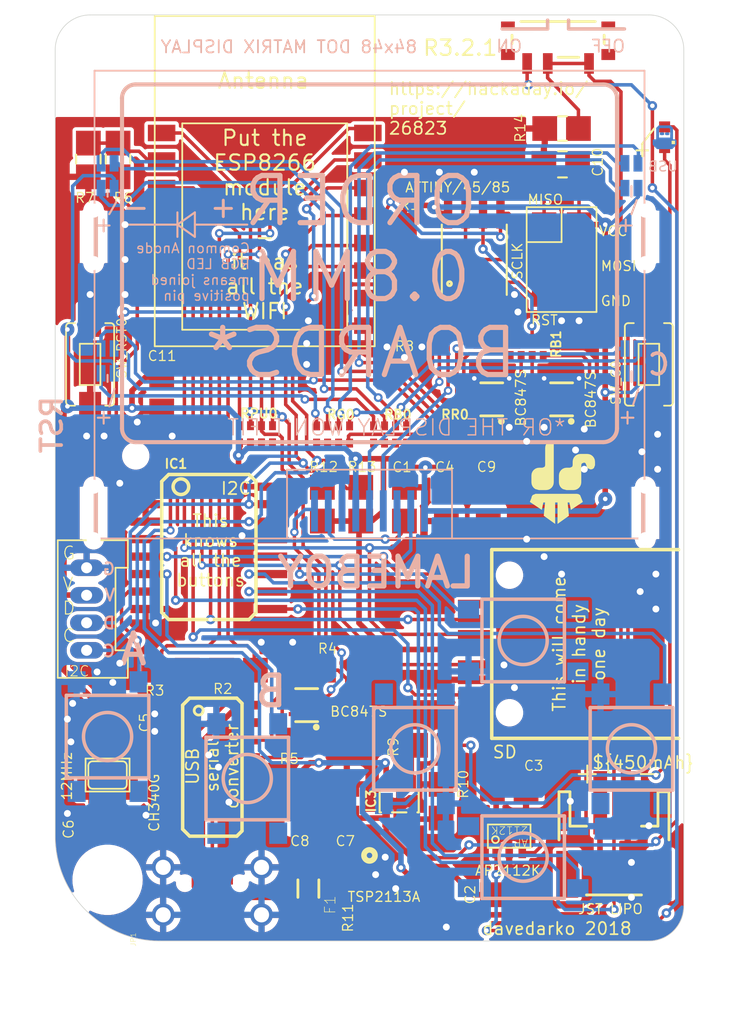
<source format=kicad_pcb>
(kicad_pcb (version 20240108) (generator "pcbnew") (generator_version "8.0")
  (layers (0 "F.Cu" signal) (31 "B.Cu" signal) (34 "B.Paste" user) (35 "F.Paste" user) (36 "B.SilkS" user "B.Silkscreen") (37 "F.SilkS" user "F.Silkscreen") (38 "B.Mask" user) (39 "F.Mask" user) (44 "Edge.Cuts" user))
  (net 0 "")
  (net 1 "GND")
  (net 2 "VCC")
  (net 3 "N$8")
  (net 4 "ESP_MOSI")
  (net 5 "ESP_SCKL")
  (net 6 "BLUE_LED")
  (net 7 "GREEN_LED")
  (net 8 "RED_LED")
  (net 9 "N$4")
  (net 10 "N$5")
  (net 11 "N$6")
  (net 12 "N$7")
  (net 13 "N$9")
  (net 14 "N$10")
  (net 15 "L3_B")
  (net 16 "L2_R")
  (net 17 "L4_G")
  (net 18 "RST_ESP")
  (net 19 "ADC")
  (net 20 "ESP_MISO")
  (net 21 "GPIO15/LCD_CS")
  (net 22 "SDA")
  (net 23 "SCL")
  (net 24 "RX_ESP")
  (net 25 "TX_ESP")
  (net 26 "AVR_RST")
  (net 27 "C_GRN")
  (net 28 "MISO")
  (net 29 "C_RED")
  (net 30 "DP")
  (net 31 "DM")
  (net 32 "VBUS")
  (net 33 "BTN_A")
  (net 34 "BTN_LEFT")
  (net 35 "BTN_DWN")
  (net 36 "BTN_RIGHT")
  (net 37 "BTN_UP")
  (net 38 "BTN_B")
  (net 39 "N$17")
  (net 40 "N$24")
  (net 41 "N$26")
  (net 42 "N$27")
  (net 43 "N$25")
  (net 44 "N$28")
  (net 45 "DTR")
  (net 46 "RTS")
  (net 47 "GPIO0/LCD_RST")
  (net 48 "VBAT")
  (net 49 "EN_ESP")
  (net 50 "GPIO2/LCD_DC")
  (net 51 "VUSB")
  (net 52 "N$12")
  (net 53 "N$15")
  (net 54 "N$21")
  (net 55 "N$20")
  (net 56 "VREG_IN")
  (net 57 "VREG_EN")
  (net 58 "N$11")
  (net 59 "N$13")
  (net 60 "N$18")
  (net 61 "N$19")
  (net 62 "RED")
  (net 63 "GRN")
  (net 64 "BLU")
  (net 65 "BTN_C")
  (net 66 "SD_CS")
  (net 67 "SD_IN")
  (net 68 "N$1")
  (net 69 "N$2")
  (net 70 "N$3")
  (footprint "LAMEBOY:ONEFITSALL" (layer "F.Cu") (at 143.6751 128.4986 -90)
    (property "Reference" "C8")
    (property "Value" "4.7uF")
  )
  (footprint "LAMEBOY:ONEFITSALL" (layer "F.Cu") (at 158.6611 135.2931)
    (property "Reference" "C2")
    (property "Value" "1uF")
  )
  (footprint "LAMEBOY:NX3225_BIGGER" (layer "F.Cu") (at 129.4511 126.5936 180)
    (property "Reference" "Q1" (hide yes))
    (property "Value" "12MHz" (hide yes))
  )
  (footprint "LAMEBOY:SOIC16" (layer "F.Cu") (at 137.0711 125.9586 -90)
    (property "Reference" "CH340G0" (hide yes))
    (property "Value" "CH340GCH340G" (hide yes))
  )
  (footprint "LAMEBOY:PTC-1206" (layer "F.Cu") (at 144.0561 134.8486 90)
    (property "Reference" "F1")
    (property "Value" "PTCSMD" (hide yes))
  )
  (footprint "LAMEBOY:TACTILE-SWITCH-1101NE" (layer "F.Cu") (at 128.1811 96.7486 -90)
    (property "Reference" "SW_RST0")
    (property "Value" "" (hide yes))
  )
  (footprint "LAMEBOY:0603-ARC" (layer "F.Cu") (at 145.8531 101.8426 180)
    (property "Reference" "RG0")
    (property "Value" "150")
  )
  (footprint "LAMEBOY:DAVEDARKO2_LOGO" (layer "F.Cu") (at 162.0901 106.0196)
    (property "Reference" "U$11" (hide yes))
    (property "Value" "" (hide yes))
  )
  (footprint "LAMEBOY:ONEFITSALL" (layer "F.Cu") (at 151.0411 92.6846 -90)
    (property "Reference" "R8")
    (property "Value" "10k")
  )
  (footprint "LAMEBOY:MICRO-SD-SOCKET-EBAY" (layer "F.Cu") (at 161.2011 117.0686 -90)
    (property "Reference" "U1" (hide yes))
    (property "Value" "USD-SOCKETMICROSDEBAY" (hide yes))
  )
  (footprint "LAMEBOY:JST-2-SMD" (layer "F.Cu") (at 166.2811 132.3086 180)
    (property "Reference" "J1" (hide yes))
    (property "Value" "")
  )
  (footprint "LAMEBOY:SOT23-5L" (layer "F.Cu") (at 150.6601 128.4986 180)
    (property "Reference" "IC3")
    (property "Value" "MCP73831")
  )
  (footprint "LAMEBOY:ESP-12" (layer "F.Cu") (at 140.8811 84.4296)
    (property "Reference" "X1" (hide yes))
    (property "Value" "")
  )
  (footprint "LAMEBOY:ONEFITSALL" (layer "F.Cu") (at 143.8021 124.0536 180)
    (property "Reference" "R5")
    (property "Value" "4k7")
  )
  (footprint "LAMEBOY:ONEFITSALL" (layer "F.Cu") (at 129.4511 122.7836)
    (property "Reference" "C5")
    (property "Value" "22pF")
  )
  (footprint "LAMEBOY:SO08-EIAJ" (layer "F.Cu") (at 156.1211 89.1286)
    (property "Reference" "U$2" (hide yes))
    (property "Value" "ATTINY13SO08-WIDE" (hide yes))
  )
  (footprint "LAMEBOY:ONEFITSALL" (layer "F.Cu") (at 147.8661 106.9086 90)
    (property "Reference" "R13")
    (property "Value" "10k")
  )
  (footprint "LAMEBOY:ONEFITSALL" (layer "F.Cu") (at 157.1371 106.9086 90)
    (property "Reference" "C9")
    (property "Value" "100nF")
  )
  (footprint "LAMEBOY:ONEFITSALL" (layer "F.Cu") (at 151.0411 87.8586 90)
    (property "Reference" "R1")
    (property "Value" "10k")
  )
  (footprint "LAMEBOY:SWITCH-SPST-SMD-A" (layer "F.Cu") (at 162.2171 73.1266)
    (property "Reference" "S2" (hide yes))
    (property "Value" "PWR")
  )
  (footprint "LAMEBOY:ONEFITSALL" (layer "F.Cu") (at 134.0231 118.9736)
    (property "Reference" "R3")
    (property "Value" "470")
  )
  (footprint "LAMEBOY:SOT363" (layer "F.Cu") (at 162.4711 99.2886 90)
    (property "Reference" "U$7" (hide yes))
    (property "Value" "BC847S" (hide yes))
  )
  (footprint "LAMEBOY:USB-AB-MICRO-SMD_SLOT" (layer "F.Cu") (at 137.0711 136.7536 90)
    (property "Reference" "JP1")
    (property "Value" "USB_MICROB_PLUG-IDK")
  )
  (footprint "LAMEBOY:2X3_SMD_PAD" (layer "F.Cu") (at 162.4711 89.1286)
    (property "Reference" "JP2" (hide yes))
    (property "Value" "AVR_SPI_PRG_6" (hide yes))
  )
  (footprint "LAMEBOY:ONEFITSALL" (layer "F.Cu") (at 162.4711 79.6036 180)
    (property "Reference" "R14")
    (property "Value" "10k")
  )
  (footprint "LAMEBOY:ONEFITSALL" (layer "F.Cu") (at 158.6611 127.6096)
    (property "Reference" "C3")
    (property "Value" "1uF")
  )
  (footprint "LAMEBOY:0603-ARC" (layer "F.Cu") (at 159.9311 95.4786)
    (property "Reference" "RB1")
    (property "Value" "10k")
  )
  (footprint "LAMEBOY:ONEFITSALL" (layer "F.Cu") (at 130.2131 81.8896 -90)
    (property "Reference" "R6")
    (property "Value" "330k")
  )
  (footprint "LAMEBOY:ONEFITSALL" (layer "F.Cu") (at 138.9761 118.9736 180)
    (property "Reference" "R2")
    (property "Value" "470")
  )
  (footprint "LAMEBOY:ONEFITSALL" (layer "F.Cu") (at 153.0731 124.4346 180)
    (property "Reference" "R9")
    (property "Value" "470")
  )
  (footprint "LAMEBOY:ONEFITSALL" (layer "F.Cu") (at 146.8501 128.4986 -90)
    (property "Reference" "C7")
    (property "Value" "4.7uF")
  )
  (footprint "LAMEBOY:ONEFITSALL" (layer "F.Cu") (at 143.9291 118.9736)
    (property "Reference" "R4")
    (property "Value" "4k7")
  )
  (footprint "LAMEBOY:SOT363" (layer "F.Cu") (at 157.3911 99.2886 90)
    (property "Reference" "U$6" (hide yes))
    (property "Value" "BC847S" (hide yes))
  )
  (footprint "LAMEBOY:ONEFITSALL" (layer "F.Cu") (at 151.0411 106.9086 90)
    (property "Reference" "C1")
    (property "Value" "1uF")
  )
  (footprint "LAMEBOY:I2C_GROVE" (layer "F.Cu") (at 127.9271 114.5286)
    (property "Reference" "U$10" (hide yes))
    (property "Value" "I2C_GROVE" (hide yes))
  )
  (footprint "LAMEBOY:AP2112" (layer "F.Cu") (at 158.6611 131.0386 180)
    (property "Reference" "U$9" (hide yes))
    (property "Value" "AP2112KAP2112K" (hide yes))
  )
  (footprint "LAMEBOY:CHIPLED_0603_CHARLIE" (layer "F.Cu") (at 169.9641 80.2386 180)
    (property "Reference" "CHARGE0" (hide yes))
    (property "Value" "")
  )
  (footprint "LAMEBOY:SO16W" (layer "F.Cu") (at 136.8171 110.0836 -90)
    (property "Reference" "IC1")
    (property "Value" "PCF8574T")
  )
  (footprint "LAMEBOY:ONEFITSALL" (layer "F.Cu") (at 145.0721 106.9086 90)
    (property "Reference" "R12")
    (property "Value" "10k")
  )
  (footprint "LAMEBOY:ONEFITSALL" (layer "F.Cu") (at 128.0541 81.8896 90)
    (property "Reference" "R7")
    (property "Value" "100k")
  )
  (footprint "LAMEBOY:TEXAS-PW" (layer "F.Cu") (at 149.7711 133.5786)
    (property "Reference" "U$4")
    (property "Value" "TPS2113-PW" (hide yes))
  )
  (footprint "LAMEBOY:ONEFITSALL" (layer "F.Cu") (at 162.4076 82.1436)
    (property "Reference" "C10")
    (property "Value" "100nF")
  )
  (footprint "" (layer "F.Cu") (at 169.0751 73.6346)
    (property "Reference" "@HOLE2" (hide yes))
    (property "Value" "")
  )
  (footprint "" (layer "F.Cu") (at 129.4511 134.2136)
    (property "Reference" "@HOLE0" (hide yes))
    (property "Value" "")
  )
  (footprint "LAMEBOY:SOT363" (layer "F.Cu") (at 143.9291 121.5136 90)
    (property "Reference" "U$3" (hide yes))
    (property "Value" "BC847S" (hide yes))
  )
  (footprint "LAMEBOY:ONEFITSALL" (layer "F.Cu") (at 154.0891 106.9086 -90)
    (property "Reference" "C4")
    (property "Value" "1uF")
  )
  (footprint "LAMEBOY:0603-ARC" (layer "F.Cu") (at 140.2461 101.8286)
    (property "Reference" "RPU0")
    (property "Value" "10k")
  )
  (footprint "LAMEBOY:TACTILE-SWITCH-1101NE" (layer "F.Cu") (at 168.8211 96.7486 90)
    (property "Reference" "SW_C0")
    (property "Value" "")
  )
  (footprint "LAMEBOY:0603-ARC" (layer "F.Cu") (at 149.9971 101.8426 180)
    (property "Reference" "RB0")
    (property "Value" "150")
  )
  (footprint "LAMEBOY:ONEFITSALL" (layer "F.Cu") (at 133.3881 98.9076 90)
    (property "Reference" "C11")
    (property "Value" "100nF")
  )
  (footprint "LAMEBOY:ONEFITSALL" (layer "F.Cu") (at 129.4511 130.4036)
    (property "Reference" "C6")
    (property "Value" "22pF")
  )
  (footprint "LAMEBOY:0603-ARC" (layer "F.Cu") (at 154.1551 101.8426 180)
    (property "Reference" "RR0")
    (property "Value" "100")
  )
  (footprint "LAMEBOY:ONEFITSALL" (layer "F.Cu") (at 153.7081 128.4986 -90)
    (property "Reference" "R10")
    (property "Value" "2k")
  )
  (footprint "" (layer "F.Cu") (at 127.9271 73.6346)
    (property "Reference" "@HOLE1" (hide yes))
    (property "Value" "")
  )
  (footprint "LAMEBOY:ONEFITSALL" (layer "F.Cu") (at 149.7711 136.9441 180)
    (property "Reference" "R11")
    (property "Value" "470")
  )
  (footprint "LAMEBOY:TACTILE_SWITCH_TALL" (layer "B.Cu") (at 167.5511 124.6886 90)
    (property "Reference" "S5" (hide yes))
    (property "Value" "SWITCH-MOMENTARY-2SMD-4" (hide yes))
  )
  (footprint "LAMEBOY:TACTILE_SWITCH_TALL" (layer "B.Cu") (at 139.6111 126.8476 90)
    (property "Reference" "S4" (hide yes))
    (property "Value" "SWITCH-MOMENTARY-2SMD-4" (hide yes))
  )
  (footprint "LAMEBOY:GM1WA55311A" (layer "B.Cu") (at 129.452018 83.0334)
    (property "Reference" "LED3" (hide yes))
    (property "Value" "GM1WA55311A" (hide yes))
  )
  (footprint "LAMEBOY:TACTILE_SWITCH_TALL" (layer "B.Cu") (at 159.6771 116.8146 180)
    (property "Reference" "S8" (hide yes))
    (property "Value" "SWITCH-MOMENTARY-2SMD-4" (hide yes))
  )
  (footprint "LAMEBOY:TACTILE_SWITCH_TALL" (layer "B.Cu") (at 129.4511 123.7996 90)
    (property "Reference" "S3" (hide yes))
    (property "Value" "SWITCH-MOMENTARY-2SMD-4" (hide yes))
  )
  (footprint "LAMEBOY:TACTILE_SWITCH_TALL" (layer "B.Cu") (at 151.8031 124.6886 -90)
    (property "Reference" "S7" (hide yes))
    (property "Value" "SWITCH-MOMENTARY-2SMD-4" (hide yes))
  )
  (footprint "LAMEBOY:GM1WA55311A" (layer "B.Cu") (at 167.552018 83.0334)
    (property "Reference" "LED2" (hide yes))
    (property "Value" "GM1WA55311A" (hide yes))
  )
  (footprint "LAMEBOY:LPH-7366-SLOTS" (layer "B.Cu") (at 148.502018 90.3994)
    (property "Reference" "U$1" (hide yes))
    (property "Value" "LPH-7366-SLOTS" (hide yes))
  )
  (footprint "LAMEBOY:DAVEDARKO_GOLD" (layer "B.Cu") (at 159.6771 125.8316 180)
    (property "Reference" "U$13" (hide yes))
    (property "Value" "" (hide yes))
  )
  (footprint "LAMEBOY:GM1WA55311A" (layer "B.Cu") (at 167.552018 96.4954)
    (property "Reference" "LED1" (hide yes))
    (property "Value" "GM1WA55311A" (hide yes))
  )
  (footprint "LAMEBOY:GM1WA55311A" (layer "B.Cu") (at 129.452018 96.4954)
    (property "Reference" "LED4" (hide yes))
    (property "Value" "GM1WA55311A" (hide yes))
  )
  (footprint "LAMEBOY:TACTILE_SWITCH_TALL" (layer "B.Cu") (at 159.6771 132.5626)
    (property "Reference" "S6" (hide yes))
    (property "Value" "SWITCH-MOMENTARY-2SMD-4" (hide yes))
  )
  (gr_line (start 134.5311 87.4776) (end 134.5311 86.5886) (stroke (width 0.1524)) (layer "B.SilkS"))
  (gr_line (start 167.5511 84.5566) (end 167.5511 83.7946) (stroke (width 0.1524)) (layer "B.SilkS"))
  (gr_line (start 134.5311 86.5886) (end 134.5311 85.6996) (stroke (width 0.1524)) (layer "B.SilkS"))
  (gr_line (start 129.4511 98.0186) (end 129.4511 97.5106) (stroke (width 0.1524)) (layer "B.SilkS"))
  (gr_line (start 135.8011 86.5886) (end 135.8011 87.4776) (stroke (width 0.1524)) (layer "B.SilkS"))
  (gr_line (start 168.0591 98.5266) (end 167.6781 99.6696) (stroke (width 0.1524)) (layer "B.SilkS"))
  (gr_line (start 135.8011 86.5886) (end 135.8011 85.6996) (stroke (width 0.1524)) (layer "B.SilkS"))
  (gr_line (start 135.8011 87.4776) (end 134.5311 86.5886) (stroke (width 0.1524)) (layer "B.SilkS"))
  (gr_line (start 167.5511 85.8266) (end 167.9321 84.8106) (stroke (width 0.1524)) (layer "B.SilkS"))
  (gr_line (start 129.4511 84.0486) (end 129.4511 84.5566) (stroke (width 0.1524)) (layer "B.SilkS"))
  (gr_line (start 162.9791 72.3646) (end 167.0431 72.3646) (stroke (width 0.254)) (layer "B.SilkS"))
  (gr_line (start 139.6111 86.5886) (end 135.8011 86.5886) (stroke (width 0.1524)) (layer "B.SilkS"))
  (gr_line (start 161.4551 71.7296) (end 161.4551 72.3646) (stroke (width 0.254)) (layer "B.SilkS"))
  (gr_line (start 130.0861 84.9376) (end 129.5781 85.8266) (stroke (width 0.1524)) (layer "B.SilkS"))
  (gr_line (start 167.5511 98.0186) (end 167.5511 97.2566) (stroke (width 0.1524)) (layer "B.SilkS"))
  (gr_line (start 129.9591 98.5266) (end 129.5781 99.7966) (stroke (width 0.1524)) (layer "B.SilkS"))
  (gr_line (start 134.5311 86.5886) (end 130.7211 86.5886) (stroke (width 0.1524)) (layer "B.SilkS"))
  (gr_line (start 135.8011 85.6996) (end 134.5311 86.5886) (stroke (width 0.1524)) (layer "B.SilkS"))
  (gr_line (start 162.9791 71.7296) (end 162.9791 72.3646) (stroke (width 0.254)) (layer "B.SilkS"))
  (gr_line (start 161.4551 72.3646) (end 158.1531 72.3646) (stroke (width 0.254)) (layer "B.SilkS"))
  (gr_line (start 139.2301 121.3866) (end 138.8491 121.0056) (stroke (width 0.254)) (layer "F.SilkS"))
  (gr_line (start 134.9121 130.5306) (end 135.4201 131.0386) (stroke (width 0.254)) (layer "F.SilkS"))
  (gr_line (start 133.8961 115.2906) (end 133.3881 114.7826) (stroke (width 0.254)) (layer "F.SilkS"))
  (gr_line (start 162.2171 81.2546) (end 162.8521 81.2546) (stroke (width 0.1524)) (layer "F.SilkS"))
  (gr_line (start 129.3241 81.5086) (end 129.3241 82.1436) (stroke (width 0.1524)) (layer "F.SilkS"))
  (gr_line (start 162.2171 78.7146) (end 162.8521 78.7146) (stroke (width 0.1524)) (layer "F.SilkS"))
  (gr_line (start 138.8491 131.0386) (end 139.2301 130.6576) (stroke (width 0.254)) (layer "F.SilkS"))
  (gr_line (start 135.4201 121.0056) (end 134.9121 121.5136) (stroke (width 0.254)) (layer "F.SilkS"))
  (gr_line (start 162.2171 83.1596) (end 162.8521 83.1596) (stroke (width 0.1524)) (layer "F.SilkS"))
  (gr_line (start 140.2461 105.2576) (end 140.2461 114.7826) (stroke (width 0.254)) (layer "F.SilkS"))
  (gr_line (start 157.3911 123.9266) (end 170.9801 123.9266) (stroke (width 0.254)) (layer "F.SilkS"))
  (gr_circle (center 134.7851 105.6386) (end 135.353059 105.6386) (stroke (width 0.254)) (fill none) (layer "F.SilkS"))
  (gr_line (start 131.1021 81.5086) (end 131.1021 82.1436) (stroke (width 0.1524)) (layer "F.SilkS"))
  (gr_line (start 133.8961 104.7496) (end 139.7381 104.7496) (stroke (width 0.254)) (layer "F.SilkS"))
  (gr_line (start 139.7381 115.2906) (end 133.8961 115.2906) (stroke (width 0.254)) (layer "F.SilkS"))
  (gr_line (start 133.3881 114.7826) (end 133.3881 105.2576) (stroke (width 0.254)) (layer "F.SilkS"))
  (gr_line (start 128.9431 81.5086) (end 128.9431 82.1436) (stroke (width 0.1524)) (layer "F.SilkS"))
  (gr_line (start 162.2171 80.4926) (end 162.8521 80.4926) (stroke (width 0.1524)) (layer "F.SilkS"))
  (gr_line (start 127.1651 81.5086) (end 127.1651 82.1436) (stroke (width 0.1524)) (layer "F.SilkS"))
  (gr_line (start 140.2461 114.7826) (end 139.7381 115.2906) (stroke (width 0.254)) (layer "F.SilkS"))
  (gr_line (start 169.2021 79.6036) (end 168.3131 80.7466) (stroke (width 0.1524)) (layer "F.SilkS"))
  (gr_line (start 139.2301 130.6576) (end 139.2301 121.3866) (stroke (width 0.254)) (layer "F.SilkS"))
  (gr_line (start 157.3911 110.2106) (end 157.3911 123.9266) (stroke (width 0.254)) (layer "F.SilkS"))
  (gr_line (start 135.4201 131.0386) (end 138.8491 131.0386) (stroke (width 0.254)) (layer "F.SilkS"))
  (gr_circle (center 148.5011 132.4356) (end 148.902706 132.4356) (stroke (width 0.4064)) (fill none) (layer "F.SilkS"))
  (gr_line (start 134.9121 121.5136) (end 134.9121 130.5306) (stroke (width 0.254)) (layer "F.SilkS"))
  (gr_line (start 138.8491 121.0056) (end 135.4201 121.0056) (stroke (width 0.254)) (layer "F.SilkS"))
  (gr_line (start 139.7381 104.7496) (end 140.2461 105.2576) (stroke (width 0.254)) (layer "F.SilkS"))
  (gr_line (start 133.3881 105.2576) (end 133.8961 104.7496) (stroke (width 0.254)) (layer "F.SilkS"))
  (gr_line (start 157.3911 110.2106) (end 170.9801 110.2106) (stroke (width 0.254)) (layer "F.SilkS"))
  (gr_arc (start 168.8211 71.3486) (mid 170.617151 72.092549) (end 171.3611 73.8886) (stroke (width 0.05)) (layer "Edge.Cuts"))
  (gr_line (start 125.6411 73.8886) (end 125.6411 131.0386) (stroke (width 0.05)) (layer "Edge.Cuts"))
  (gr_line (start 133.2611 138.6586) (end 168.8211 138.6586) (stroke (width 0.05)) (layer "Edge.Cuts"))
  (gr_line (start 171.3611 136.1186) (end 171.3611 73.8886) (stroke (width 0.05)) (layer "Edge.Cuts"))
  (gr_arc (start 125.6411 73.8886) (mid 126.385049 72.092549) (end 128.1811 71.3486) (stroke (width 0.05)) (layer "Edge.Cuts"))
  (gr_arc (start 133.2611 138.6586) (mid 127.872946 136.426754) (end 125.6411 131.0386) (stroke (width 0.05)) (layer "Edge.Cuts"))
  (gr_line (start 168.8211 71.3486) (end 128.1811 71.3486) (stroke (width 0.05)) (layer "Edge.Cuts"))
  (gr_arc (start 171.3611 136.1186) (mid 170.617151 137.914651) (end 168.8211 138.6586) (stroke (width 0.05)) (layer "Edge.Cuts"))
  (gr_text "+" (at 138.9761 86.2076 0) (layer "B.SilkS") (effects (font (size 1.56464 1.56464) (thickness 0.21336)) (justify left bottom mirror)))
  (gr_text "ON" (at 159.6771 74.1426 0) (layer "B.SilkS") (effects (font (size 0.89408 0.89408) (thickness 0.12192)) (justify left bottom mirror)))
  (gr_text "A" (at 132.4991 118.7196 0) (layer "B.SilkS") (effects (font (size 2.159 2.159) (thickness 0.381)) (justify left bottom mirror)))
  (gr_text "D" (at 130.0861 116.0526 0) (layer "B.SilkS") (effects (font (size 0.8636 0.8636) (thickness 0.1524)) (justify left bottom mirror)))
  (gr_text "RST" (at 126.2761 98.9076 90) (layer "B.SilkS") (effects (font (size 1.5113 1.5113) (thickness 0.2667)) (justify left bottom mirror)))
  (gr_text "+" (at 167.9321 87.2236 0) (layer "B.SilkS") (effects (font (size 1.1176 1.1176) (thickness 0.1524)) (justify left bottom mirror)))
  (gr_text "B" (at 142.6591 121.7676 0) (layer "B.SilkS") (effects (font (size 2.159 2.159) (thickness 0.381)) (justify left bottom mirror)))
  (gr_text "OFF" (at 167.1701 74.1426 0) (layer "B.SilkS") (effects (font (size 0.89408 0.89408) (thickness 0.12192)) (justify left bottom mirror)))
  (gr_text "USB" (at 170.9801 82.7786 0) (layer "B.SilkS") (effects (font (size 0.715264 0.715264) (thickness 0.097536)) (justify left bottom mirror)))
  (gr_text "+" (at 168.0591 101.1936 0) (layer "B.SilkS") (effects (font (size 1.1176 1.1176) (thickness 0.1524)) (justify left bottom mirror)))
  (gr_text "Common Anode\nRGB LED\nmeans joined\npositive pin" (at 139.8651 92.1766 0) (layer "B.SilkS") (effects (font (size 0.715264 0.715264) (thickness 0.097536)) (justify left bottom mirror)))
  (gr_text "C" (at 170.4721 97.6376 0) (layer "B.SilkS") (effects (font (size 1.5113 1.5113) (thickness 0.2667)) (justify left bottom mirror)))
  (gr_text "C" (at 130.0861 118.0846 0) (layer "B.SilkS") (effects (font (size 0.8636 0.8636) (thickness 0.1524)) (justify left bottom mirror)))
  (gr_text "G" (at 130.0861 112.1156 0) (layer "B.SilkS") (effects (font (size 0.8636 0.8636) (thickness 0.1524)) (justify left bottom mirror)))
  (gr_text "LAMEBOY" (at 156.3751 113.1316 0) (layer "B.SilkS") (effects (font (size 2.159 2.159) (thickness 0.381)) (justify left bottom mirror)))
  (gr_text "84x48 DOT MATRIX DISPLAY" (at 152.0491 74.1906 0) (layer "B.SilkS") (effects (font (size 0.89408 0.89408) (thickness 0.12192)) (justify left bottom mirror)))
  (gr_text "+" (at 129.9591 101.1936 0) (layer "B.SilkS") (effects (font (size 1.1176 1.1176) (thickness 0.1524)) (justify left bottom mirror)))
  (gr_text "+" (at 129.9591 87.2236 0) (layer "B.SilkS") (effects (font (size 1.1176 1.1176) (thickness 0.1524)) (justify left bottom mirror)))
  (gr_text "V" (at 130.0861 114.0206 0) (layer "B.SilkS") (effects (font (size 0.8636 0.8636) (thickness 0.1524)) (justify left bottom mirror)))
  (gr_text "ORDER\n0.8MM\nBOARDS*" (at 147.8661 90.3986 0) (layer "B.SilkS") (effects (font (size 3.429 3.429) (thickness 0.381)) (justify mirror)))
  (gr_text "-" (at 132.6261 86.2076 0) (layer "B.SilkS") (effects (font (size 1.56464 1.56464) (thickness 0.21336)) (justify left bottom mirror)))
  (gr_text "*OR THE DISPLAY WON'T FIT" (at 162.8521 102.0191 0) (layer "B.SilkS") (effects (font (size 1.1684 1.1684) (thickness 0.1016)) (justify left bottom mirror)))
  (gr_text "GND" (at 165.2651 92.5576 0) (layer "F.SilkS") (effects (font (size 0.715264 0.715264) (thickness 0.097536)) (justify left bottom)))
  (gr_text "ATTINY/45/85" (at 151.0411 84.3026 0) (layer "F.SilkS") (effects (font (size 0.715264 0.715264) (thickness 0.097536)) (justify left bottom)))
  (gr_text "This will come\nin handy\none day" (at 163.7411 117.0686 90) (layer "F.SilkS") (effects (font (size 0.89408 0.89408) (thickness 0.12192))))
  (gr_text "SCLK" (at 159.6771 90.6526 90) (layer "F.SilkS") (effects (font (size 0.715264 0.715264) (thickness 0.097536)) (justify left bottom)))
  (gr_text "RST" (at 160.1851 93.9546 0) (layer "F.SilkS") (effects (font (size 0.715264 0.715264) (thickness 0.097536)) (justify left bottom)))
  (gr_text "TSP2113A" (at 146.8501 135.8646 0) (layer "F.SilkS") (effects (font (size 0.715264 0.715264) (thickness 0.097536)) (justify left bottom)))
  (gr_text "https://hackaday.io/\nproject/\n26823" (at 149.8346 80.1116 0) (layer "F.SilkS") (effects (font (size 0.89408 0.89408) (thickness 0.12192)) (justify left bottom)))
  (gr_text "CH340G" (at 133.2611 130.7846 90) (layer "F.SilkS") (effects (font (size 0.715264 0.715264) (thickness 0.097536)) (justify left bottom)))
  (gr_text "AP2112K" (at 156.1211 133.9596 0) (layer "F.SilkS") (effects (font (size 0.715264 0.715264) (thickness 0.097536)) (justify left bottom)))
  (gr_text "I2C" (at 138.7856 105.7656 0) (layer "F.SilkS") (effects (font (size 0.89408 0.89408) (thickness 0.12192))))
  (gr_text "USB\nserial\nconverter" (at 137.0711 125.9586 90) (layer "F.SilkS") (effects (font (size 0.89408 0.89408) (thickness 0.12192))))
  (gr_text "SD" (at 157.3911 125.4506 0) (layer "F.SilkS") (effects (font (size 0.89408 0.89408) (thickness 0.12192)) (justify left bottom)))
  (gr_text "MOSI" (at 165.2651 90.0176 0) (layer "F.SilkS") (effects (font (size 0.715264 0.715264) (thickness 0.097536)) (justify left bottom)))
  (gr_text "davedarko 2018" (at 156.6291 138.2776 0) (layer "F.SilkS") (effects (font (size 0.89408 0.89408) (thickness 0.12192)) (justify left bottom)))
  (gr_text "I2C" (at 126.2761 119.4816 0) (layer "F.SilkS") (effects (font (size 0.747776 0.747776) (thickness 0.065024)) (justify left bottom)))
  (gr_text "BC847S" (at 165.0111 101.4476 90) (layer "F.SilkS") (effects (font (size 0.715264 0.715264) (thickness 0.097536)) (justify left bottom)))
  (gr_text "JST LIPO" (at 163.6141 136.7536 0) (layer "F.SilkS") (effects (font (size 0.715264 0.715264) (thickness 0.097536)) (justify left bottom)))
  (gr_text "This\nknows\nall the\nbuttons" (at 136.9441 110.2741 0) (layer "F.SilkS") (effects (font (size 0.89408 0.89408) (thickness 0.12192))))
  (gr_text "MISO" (at 159.9311 85.1916 0) (layer "F.SilkS") (effects (font (size 0.715264 0.715264) (thickness 0.097536)) (justify left bottom)))
  (gr_text "+  -" (at 163.2331 127.3556 0) (layer "F.SilkS") (effects (font (size 1.63576 1.63576) (thickness 0.14224)) (justify left bottom)))
  (gr_text "R3.2.1" (at 152.3111 74.3966 0) (layer "F.SilkS") (effects (font (size 1.1176 1.1176) (thickness 0.1524)) (justify left bottom)))
  (gr_text "VCC" (at 165.1381 87.4776 0) (layer "F.SilkS") (effects (font (size 0.715264 0.715264) (thickness 0.097536)) (justify left bottom)))
  (gr_text "BC847S" (at 159.9311 101.3206 90) (layer "F.SilkS") (effects (font (size 0.715264 0.715264) (thickness 0.097536)) (justify left bottom)))
  (gr_text "BC847S" (at 145.5801 122.4026 0) (layer "F.SilkS") (effects (font (size 0.715264 0.715264) (thickness 0.097536)) (justify left bottom)))
  (gr_text "${450mAh}" (at 164.6301 126.2126 0) (layer "F.SilkS") (effects (font (size 0.89408 0.89408) (thickness 0.12192)) (justify left bottom)))
  (gr_text "12MHz" (at 126.9111 128.4986 90) (layer "F.SilkS") (effects (font (size 0.715264 0.715264) (thickness 0.097536)) (justify left bottom)))
  (gr_text "+" (at 167.5511 81.7626 0) (layer "F.SilkS") (effects (font (size 1.1176 1.1176) (thickness 0.1524)) (justify left bottom)))
  (gr_text "Put the\nESP8266\nmodule\nhere\n - \nit has\nall the\nWIFI" (at 140.8811 86.5886 0) (layer "F.SilkS") (effects (font (size 1.1176 1.1176) (thickness 0.1524))))
  (segment (start 138.3711 133.3036) (end 140.6461 133.3036) (width 0.3048) (layer "F.Cu") (net 1))
  (segment (start 148.7551 133.5786) (end 148.3741 133.5786) (width 0.254) (layer "F.Cu") (net 1))
  (segment (start 157.7726 113.0686) (end 158.5976 113.8936) (width 0.254) (layer "F.Cu") (net 1))
  (segment (start 151.00935 134.56285) (end 153.23185 134.56285) (width 0.4064) (layer "F.Cu") (net 1))
  (segment (start 148.40585 133.92785) (end 148.7551 133.5786) (width 0.254) (layer "F.Cu") (net 1))
  (segment (start 145.8341 133.2611) (end 146.2151 133.2611) (width 0.4064) (layer "F.Cu") (net 1))
  (segment (start 148.3741 133.5786) (end 148.02485 133.92785) (width 0.254) (layer "F.Cu") (net 1))
  (segment (start 148.0566 133.2611) (end 148.4376 133.2611) (width 0.254) (layer "F.Cu") (net 1))
  (segment (start 150.9461 134.9436) (end 151.2951 134.5946) (width 0.254) (layer "F.Cu") (net 1))
  (segment (start 156.2011 113.0686) (end 157.7726 113.0686) (width 0.254) (layer "F.Cu") (net 1))
  (segment (start 148.4376 133.2611) (end 148.7551 133.5786) (width 0.254) (layer "F.Cu") (net 1))
  (segment (start 138.3711 133.3036) (end 138.3711 133.5786) (width 0.3048) (layer "F.Cu") (net 1))
  (segment (start 138.3711 133.5786) (end 138.3411 133.5786) (width 0.3048) (layer "F.Cu") (net 1))
  (segment (start 151.2951 134.5946) (end 152.6301 134.5946) (width 0.254) (layer "F.Cu") (net 1))
  (segment (start 138.3411 132.0546) (end 138.3411 133.5786) (width 0.3048) (layer "F.Cu") (net 1))
  (segment (start 146.2226 133.2536) (end 146.2151 133.2611) (width 0.254) (layer "F.Cu") (net 1))
  (segment (start 145.80235 133.92785) (end 148.02485 133.92785) (width 0.4064) (layer "F.Cu") (net 1))
  (segment (start 148.02485 133.92785) (end 148.40585 133.92785) (width 0.254) (layer "F.Cu") (net 1))
  (segment (start 146.2151 133.2611) (end 148.0566 133.2611) (width 0.4064) (layer "F.Cu") (net 1))
  (segment (start 150.9961 136.9441) (end 150.9461 134.9436) (width 0.254) (layer "F.Cu") (net 1))
  (segment (start 146.8711 133.2536) (end 146.2226 133.2536) (width 0.254) (layer "F.Cu") (net 1))
  (segment (start 138.3711 133.5536) (end 138.3711 133.3036) (width 0.254) (layer "F.Cu") (net 1))
  (segment (start 152.6301 134.5946) (end 152.6711 134.5536) (width 0.254) (layer "F.Cu") (net 1))
  (via (at 126.5301 122.5296) (size 0.8556) (drill 0.5) (layers "F.Cu" "B.Cu") (net 1))
  (via (at 149.7711 95.4786) (size 0.8556) (drill 0.5) (layers "F.Cu" "B.Cu") (net 1))
  (via (at 139.2301 109.1946) (size 0.8556) (drill 0.5) (layers "F.Cu" "B.Cu") (net 1))
  (via (at 153.5811 82.7786) (size 0.8556) (drill 0.5) (layers "F.Cu" "B.Cu") (net 1))
  (via (at 156.1211 82.7786) (size 0.8556) (drill 0.5) (layers "F.Cu" "B.Cu") (net 1))
  (via (at 132.8801 123.4186) (size 0.8556) (drill 0.5) (layers "F.Cu" "B.Cu") (net 1))
  (via (at 127.9271 101.9556) (size 0.8556) (drill 0.5) (layers "F.Cu" "B.Cu") (net 1))
  (via (at 167.5511 135.4836) (size 0.8556) (drill 0.5) (layers "F.Cu" "B.Cu") (net 1))
  (via (at 169.3291 111.9886) (size 0.8556) (drill 0.5) (layers "F.Cu" "B.Cu") (net 1))
  (via (at 163.7411 93.5736) (size 0.8556) (drill 0.5) (layers "F.Cu" "B.Cu") (net 1))
  (via (at 140.6271 116.9416) (size 0.8556) (drill 0.5) (layers "F.Cu" "B.Cu") (net 1))
  (via (at 168.8211 130.2766) (size 0.8556) (drill 0.5) (layers "F.Cu" "B.Cu") (net 1))
  (via (at 162.4711 93.5736) (size 0.8556) (drill 0.5) (layers "F.Cu" "B.Cu") (net 1))
  (via (at 129.8321 119.8626) (size 0.8556) (drill 0.5) (layers "F.Cu" "B.Cu") (net 1))
  (via (at 130.3401 118.4656) (size 0.8556) (drill 0.5) (layers "F.Cu" "B.Cu") (net 1))
  (via (at 169.3291 114.5286) (size 0.8556) (drill 0.5) (layers "F.Cu" "B.Cu") (net 1))
  (via (at 162.4711 111.9886) (size 0.8556) (drill 0.5) (layers "F.Cu" "B.Cu") (net 1))
  (via (at 128.6891 119.1006) (size 0.8556) (drill 0.5) (layers "F.Cu" "B.Cu") (net 1))
  (via (at 159.9311 102.3366) (size 0.8556) (drill 0.5) (layers "F.Cu" "B.Cu") (net 1))
  (via (at 132.8801 122.1486) (size 0.8556) (drill 0.5) (layers "F.Cu" "B.Cu") (net 1))
  (via (at 143.9291 96.7486) (size 0.8556) (drill 0.5) (layers "F.Cu" "B.Cu") (net 1))
  (via (at 130.3401 105.3846) (size 0.8556) (drill 0.5) (layers "F.Cu" "B.Cu") (net 1))
  (via (at 161.2011 101.3206) (size 0.8556) (drill 0.5) (layers "F.Cu" "B.Cu") (net 1))
  (via (at 164.1221 104.3686) (size 0.8556) (drill 0.5) (layers "F.Cu" "B.Cu") (net 1))
  (via (at 128.1811 91.6686) (size 0.8556) (drill 0.5) (layers "F.Cu" "B.Cu") (net 1))
  (via (at 163.7411 97.7646) (size 0.6858) (drill 0.3302) (layers "F.Cu" "B.Cu") (net 1))
  (via (at 159.0421 120.2436) (size 0.8556) (drill 0.5) (layers "F.Cu" "B.Cu") (net 1))
  (via (at 154.0891 137.6426) (size 0.8556) (drill 0.5) (layers "F.Cu" "B.Cu") (net 1))
  (via (at 159.0421 91.6686) (size 0.8556) (drill 0.5) (layers "F.Cu" "B.Cu") (net 1))
  (via (at 132.9436 115.5446) (size 0.8556) (drill 0.5) (layers "F.Cu" "B.Cu") (net 1))
  (via (at 168.3131 103.0986) (size 0.8556) (drill 0.5) (layers "F.Cu" "B.Cu") (net 1))
  (via (at 134.1501 101.9556) (size 0.8556) (drill 0.5) (layers "F.Cu" "B.Cu") (net 1))
  (via (at 132.2451 129.5146) (size 0.8556) (drill 0.5) (layers "F.Cu" "B.Cu") (net 1))
  (via (at 152.3111 95.4786) (size 0.8556) (drill 0.5) (layers "F.Cu" "B.Cu") (net 1))
  (via (at 150.4061 134.8486) (size 0.8556) (drill 0.5) (layers "F.Cu" "B.Cu") (net 1))
  (via (at 158.2801 118.5926) (size 0.8556) (drill 0.5) (layers "F.Cu" "B.Cu") (net 1))
  (via (at 149.6441 132.5626) (size 0.8556) (drill 0.5) (layers "F.Cu" "B.Cu") (net 1))
  (via (at 126.5301 129.3876) (size 0.8556) (drill 0.5) (layers "F.Cu" "B.Cu") (net 1))
  (via (at 169.4561 104.3686) (size 0.8556) (drill 0.5) (layers "F.Cu" "B.Cu") (net 1))
  (via (at 136.8171 125.1331) (size 0.8556) (drill 0.5) (layers "F.Cu" "B.Cu") (net 1))
  (via (at 164.1221 101.4476) (size 0.8556) (drill 0.5) (layers "F.Cu" "B.Cu") (net 1))
  (via (at 130.7211 91.6686) (size 0.8556) (drill 0.5) (layers "F.Cu" "B.Cu") (net 1))
  (via (at 161.2011 97.7646) (size 0.6858) (drill 0.3302) (layers "F.Cu" "B.Cu") (net 1))
  (via (at 161.2011 110.7186) (size 0.8556) (drill 0.5) (layers "F.Cu" "B.Cu") (net 1))
  (via (at 159.2961 92.9386) (size 0.8556) (drill 0.5) (layers "F.Cu" "B.Cu") (net 1))
  (via (at 158.6611 101.3206) (size 0.8556) (drill 0.5) (layers "F.Cu" "B.Cu") (net 1))
  (via (at 167.5511 132.9436) (size 0.8556) (drill 0.5) (layers "F.Cu" "B.Cu") (net 1))
  (via (at 156.1211 97.7646) (size 0.6858) (drill 0.3302) (layers "F.Cu" "B.Cu") (net 1))
  (via (at 148.9456 133.8326) (size 0.8556) (drill 0.5) (layers "F.Cu" "B.Cu") (net 1))
  (via (at 137.5156 126.0221) (size 0.8556) (drill 0.5) (layers "F.Cu" "B.Cu") (net 1))
  (via (at 130.7211 86.5886) (size 0.8556) (drill 0.5) (layers "F.Cu" "B.Cu") (net 1))
  (via (at 151.0411 82.7786) (size 0.8556) (drill 0.5) (layers "F.Cu" "B.Cu") (net 1))
  (via (at 151.0411 96.2406) (size 0.8556) (drill 0.5) (layers "F.Cu" "B.Cu") (net 1))
  (via (at 159.9311 109.4486) (size 0.8556) (drill 0.5) (layers "F.Cu" "B.Cu") (net 1))
  (via (at 163.1061 128.4986) (size 0.8556) (drill 0.5) (layers "F.Cu" "B.Cu") (net 1))
  (via (at 158.6611 97.7646) (size 0.6858) (drill 0.3302) (layers "F.Cu" "B.Cu") (net 1))
  (via (at 138.2776 128.5621) (size 0.8556) (drill 0.5) (layers "F.Cu" "B.Cu") (net 1))
  (via (at 126.7841 124.1806) (size 0.8556) (drill 0.5) (layers "F.Cu" "B.Cu") (net 1))
  (via (at 126.9111 121.3866) (size 0.8556) (drill 0.5) (layers "F.Cu" "B.Cu") (net 1))
  (via (at 168.1861 113.2586) (size 0.8556) (drill 0.5) (layers "F.Cu" "B.Cu") (net 1))
  (via (at 163.4871 102.9716) (size 0.8556) (drill 0.5) (layers "F.Cu" "B.Cu") (net 1))
  (via (at 169.4561 101.8286) (size 0.8556) (drill 0.5) (layers "F.Cu" "B.Cu") (net 1))
  (via (at 142.9131 116.9416) (size 0.8556) (drill 0.5) (layers "F.Cu" "B.Cu") (net 1))
  (via (at 131.6101 100.9396) (size 0.8556) (drill 0.5) (layers "F.Cu" "B.Cu") (net 1))
  (via (at 129.1971 101.9556) (size 0.8556) (drill 0.5) (layers "F.Cu" "B.Cu") (net 1))
  (via (at 144.0561 93.5736) (size 0.8556) (drill 0.5) (layers "F.Cu" "B.Cu") (net 1))
  (via (at 130.7211 89.1286) (size 0.8556) (drill 0.5) (layers "F.Cu" "B.Cu") (net 1))
  (via (at 143.9291 95.2246) (size 0.8556) (drill 0.5) (layers "F.Cu" "B.Cu") (net 1))
  (segment (start 126.2761 113.5126) (end 126.2761 118.9736) (width 0.4064) (layer "F.Cu") (net 2))
  (segment (start 149.5171 103.6066) (end 148.518018 103.6066) (width 0.4064) (layer "F.Cu") (net 2))
  (segment (start 128.1811 120.8786) (end 131.2291 120.8786) (width 0.4064) (layer "F.Cu") (net 2))
  (segment (start 163.7411 81.5061) (end 163.6326 82.1436) (width 0.254) (layer "F.Cu") (net 2))
  (segment (start 154.0891 105.6836) (end 154.0891 104.8766) (width 0.4064) (layer "F.Cu") (net 2))
  (segment (start 153.4541 104.2416) (end 152.5651 104.2416) (width 0.4064) (layer "F.Cu") (net 2))
  (segment (start 139.4841 105.6386) (end 138.9761 105.1306) (width 0.4064) (layer "F.Cu") (net 2))
  (segment (start 139.0461 103.2956) (end 138.9761 103.3526) (width 0.254) (layer "F.Cu") (net 2))
  (segment (start 156.2011 117.4686) (end 159.0611 117.4686) (width 0.4064) (layer "F.Cu") (net 2))
  (segment (start 149.5171 103.6066) (end 150.4061 103.6066) (width 0.4064) (layer "F.Cu") (net 2))
  (segment (start 133.1526 94.1581) (end 133.3811 93.9296) (width 0.4064) (layer "F.Cu") (net 2))
  (segment (start 148.518018 103.6066) (end 147.502018 103.623519) (width 0.4064) (layer "F.Cu") (net 2))
  (segment (start 131.2291 98.6536) (end 131.2291 99.9236) (width 0.4064) (layer "F.Cu") (net 2))
  (segment (start 134.3761 125.3236) (end 135.1661 125.3236) (width 0.4064) (layer "F.Cu") (net 2))
  (segment (start 159.0611 117.4686) (end 160.1851 118.5926) (width 0.4064) (layer "F.Cu") (net 2))
  (segment (start 132.2001 97.6826) (end 131.2291 98.6536) (width 0.4064) (layer "F.Cu") (net 2))
  (segment (start 148.7231 108.0836) (end 149.5171 107.4166) (width 0.4064) (layer "F.Cu") (net 2))
  (segment (start 141.4361 102.4636) (end 141.4461 102.4536) (width 0.254) (layer "F.Cu") (net 2))
  (segment (start 153.6573 85.7758) (end 153.2001 85.3186) (width 0.4064) (layer "F.Cu") (net 2))
  (segment (start 150.4061 103.6066) (end 151.0411 104.2416) (width 0.4064) (layer "F.Cu") (net 2))
  (segment (start 126.2761 118.9736) (end 128.1811 120.8786) (width 0.4064) (layer "F.Cu") (net 2))
  (segment (start 151.0411 104.2416) (end 152.5651 104.2416) (width 0.4064) (layer "F.Cu") (net 2))
  (segment (start 127.9271 113.5286) (end 127.9111 113.5126) (width 0.4064) (layer "F.Cu") (net 2))
  (segment (start 135.1661 125.3236) (end 138.9761 121.5136) (width 0.4064) (layer "F.Cu") (net 2))
  (segment (start 139.7661 121.5136) (end 138.9761 121.5136) (width 0.4064) (layer "F.Cu") (net 2))
  (segment (start 133.3881 97.6826) (end 132.2001 97.6826) (width 0.4064) (layer "F.Cu") (net 2))
  (segment (start 165.6461 98.7806) (end 165.6461 106.5276) (width 0.4064) (layer "F.Cu") (net 2))
  (segment (start 157.1371 105.6836) (end 154.0891 105.6836) (width 0.4064) (layer "F.Cu") (net 2))
  (segment (start 154.0891 104.8766) (end 153.4541 104.2416) (width 0.4064) (layer "F.Cu") (net 2))
  (segment (start 126.2761 100.0506) (end 126.2761 113.5126) (width 0.4064) (layer "F.Cu") (net 2))
  (segment (start 131.2291 120.8786) (end 131.9911 121.6406) (width 0.4064) (layer "F.Cu") (net 2))
  (segment (start 147.4851 103.6066) (end 148.518018 103.6066) (width 0.4064) (layer "F.Cu") (net 2))
  (segment (start 147.7391 115.5446) (end 147.7391 108.6866) (width 0.4064) (layer "F.Cu") (net 2))
  (segment (start 157.7111 128.5196) (end 157.4361 127.6096) (width 0.4064) (layer "F.Cu") (net 2))
  (segment (start 139.0461 102.4536) (end 139.0461 103.2956) (width 0.4064) (layer "F.Cu") (net 2))
  (segment (start 138.9761 105.1306) (end 138.9761 103.3526) (width 0.4064) (layer "F.Cu") (net 2))
  (segment (start 147.8661 108.1336) (end 145.0721 108.1336) (width 0.4064) (layer "F.Cu") (net 2))
  (segment (start 153.0731 85.1916) (end 153.2001 85.3186) (width 0.4064) (layer "F.Cu") (net 2))
  (segment (start 147.7391 108.6866) (end 147.8661 108.0516) (width 0.4064) (layer "F.Cu") (net 2))
  (segment (start 153.1681 85.2866) (end 153.2001 85.3186) (width 0.4064) (layer "F.Cu") (net 2))
  (segment (start 131.9911 124.1806) (end 133.1341 125.3236) (width 0.4064) (layer "F.Cu") (net 2))
  (segment (start 157.4361 127.6096) (end 157.4361 126.4216) (width 0.4064) (layer "F.Cu") (net 2))
  (segment (start 149.6631 117.4686) (end 147.7391 115.5446) (width 0.4064) (layer "F.Cu") (net 2))
  (segment (start 139.0461 102.4536) (end 139.8461 102.4536) (width 0.254) (layer "F.Cu") (net 2))
  (segment (start 133.3881 93.9366) (end 133.3811 93.9296) (width 0.4064) (layer "F.Cu") (net 2))
  (segment (start 141.4171 105.6386) (end 139.4841 105.6386) (width 0.4064) (layer "F.Cu") (net 2))
  (segment (start 126.5301 94.2086) (end 126.5301 99.7966) (width 0.4064) (layer "F.Cu") (net 2))
  (segment (start 156.2011 117.4686) (end 149.6631 117.4686) (width 0.4064) (layer "F.Cu") (net 2))
  (segment (start 165.6461 86.5886) (end 165.6461 98.7806) (width 0.4064) (layer "F.Cu") (net 2))
  (segment (start 147.502018 103.623519) (end 147.4851 103.6066) (width 0.254) (layer "F.Cu") (net 2))
  (segment (start 133.1341 125.3236) (end 134.3761 125.3236) (width 0.4064) (layer "F.Cu") (net 2))
  (segment (start 139.8461 102.4536) (end 140.6461 102.4536) (width 0.254) (layer "F.Cu") (net 2))
  (segment (start 151.4221 85.1916) (end 153.0731 85.1916) (width 0.4064) (layer "F.Cu") (net 2))
  (segment (start 140.6461 102.4536) (end 141.4461 102.4536) (width 0.254) (layer "F.Cu") (net 2))
  (segment (start 127.9111 113.5126) (end 126.2761 113.5126) (width 0.4064) (layer "F.Cu") (net 2))
  (segment (start 160.1851 118.5926) (end 160.1851 123.6726) (width 0.4064) (layer "F.Cu") (net 2))
  (segment (start 131.9911 121.6406) (end 131.9911 124.1806) (width 0.4064) (layer "F.Cu") (net 2))
  (segment (start 126.5301 99.7966) (end 126.2761 100.0506) (width 0.4064) (layer "F.Cu") (net 2))
  (segment (start 149.5171 107.4166) (end 149.5171 103.6066) (width 0.4064) (layer "F.Cu") (net 2))
  (segment (start 151.0411 86.6336) (end 151.0411 85.5726) (width 0.4064) (layer "F.Cu") (net 2))
  (segment (start 163.7411 81.5111) (end 163.6326 82.1436) (width 0.254) (layer "F.Cu") (net 2))
  (segment (start 157.7111 129.8386) (end 157.7111 128.5196) (width 0.4064) (layer "F.Cu") (net 2))
  (segment (start 151.0411 85.5726) (end 151.4221 85.1916) (width 0.4064) (layer "F.Cu") (net 2))
  (segment (start 154.2161 85.7758) (end 153.6573 85.7758) (width 0.4064) (layer "F.Cu") (net 2))
  (segment (start 163.7411 86.5886) (end 163.7411 81.5111) (width 0.254) (layer "F.Cu") (net 2))
  (segment (start 165.6461 86.5886) (end 163.7411 86.5886) (width 0.4064) (layer "F.Cu") (net 2))
  (segment (start 133.3881 97.6826) (end 133.3881 93.9366) (width 0.4064) (layer "F.Cu") (net 2))
  (segment (start 147.8661 108.0516) (end 147.8661 108.1336) (width 0.4064) (layer "F.Cu") (net 2))
  (segment (start 157.4361 126.4216) (end 160.1851 123.6726) (width 0.4064) (layer "F.Cu") (net 2))
  (segment (start 147.8661 108.1336) (end 148.7231 108.0836) (width 0.4064) (layer "F.Cu") (net 2))
  (via (at 165.6461 86.5886) (size 1.016) (drill 0.3302) (layers "F.Cu" "B.Cu") (net 2))
  (via (at 165.6461 106.5276) (size 1.016) (drill 0.3302) (layers "F.Cu" "B.Cu") (net 2))
  (via (at 153.2001 85.3186) (size 1.016) (drill 0.3302) (layers "F.Cu" "B.Cu") (net 2))
  (via (at 165.6461 98.7806) (size 0.6858) (drill 0.3302) (layers "F.Cu" "B.Cu") (net 2))
  (via (at 131.2291 99.9236) (size 0.6858) (drill 0.3302) (layers "F.Cu" "B.Cu") (net 2))
  (via (at 126.5301 99.7966) (size 1.016) (drill 0.3302) (layers "F.Cu" "B.Cu") (net 2))
  (via (at 126.5301 94.2086) (size 1.016) (drill 0.3302) (layers "F.Cu" "B.Cu") (net 2))
  (via (at 147.4851 103.6066) (size 1.016) (drill 0.3302) (layers "F.Cu" "B.Cu") (net 2))
  (via (at 152.5651 104.2416) (size 1.016) (drill 0.3302) (layers "F.Cu" "B.Cu") (net 2))
  (via (at 138.9761 103.3526) (size 0.8128) (drill 0.3302) (layers "F.Cu" "B.Cu") (net 2))
  (segment (start 168.038818 97.3836) (end 168.027018 97.3954) (width 0.254) (layer "B.Cu") (net 2))
  (segment (start 129.7051 83.0326) (end 127.6731 83.0326) (width 0.254) (layer "B.Cu") (net 2))
  (segment (start 129.927018 83.254519) (end 129.7051 83.0326) (width 0.254) (layer "B.Cu") (net 2))
  (segment (start 126.5301 95.8596) (end 126.5301 94.2086) (width 0.254) (layer "B.Cu") (net 2))
  (segment (start 147.4851 103.6066) (end 146.7231 102.8446) (width 0.4064) (layer "B.Cu") (net 2))
  (segment (start 167.5511 98.7806) (end 165.6461 98.7806) (width 0.254) (layer "B.Cu") (net 2))
  (segment (start 147.502018 103.750519) (end 147.4851 103.6066) (width 0.4064) (layer "B.Cu") (net 2))
  (segment (start 168.038818 98.292882) (end 167.5511 98.7806) (width 0.254) (layer "B.Cu") (net 2))
  (segment (start 129.7051 96.4946) (end 127.1651 96.4946) (width 0.254) (layer "B.Cu") (net 2))
  (segment (start 138.9761 103.4796) (end 138.9761 103.3526) (width 0.4064) (layer "B.Cu") (net 2))
  (segment (start 168.0591 83.965482) (end 168.027018 83.9334) (width 0.254) (layer "B.Cu") (net 2))
  (segment (start 138.9761 100.6856) (end 138.2141 99.9236) (width 0.4064) (layer "B.Cu") (net 2))
  (segment (start 168.0591 84.5566) (end 168.0591 83.965482) (width 0.254) (layer "B.Cu") (net 2))
  (segment (start 164.3761 85.3186) (end 165.6461 86.5886) (width 0.4064) (layer "B.Cu") (net 2))
  (segment (start 139.6111 102.8446) (end 138.9761 103.4796) (width 0.4064) (layer "B.Cu") (net 2))
  (segment (start 152.502018 104.686519) (end 152.5651 104.2416) (width 0.4064) (layer "B.Cu") (net 2))
  (segment (start 138.2141 99.9236) (end 131.2291 99.9236) (width 0.4064) (layer "B.Cu") (net 2))
  (segment (start 138.9761 103.3526) (end 138.9761 100.6856) (width 0.4064) (layer "B.Cu") (net 2))
  (segment (start 127.1651 96.4946) (end 126.5301 95.8596) (width 0.254) (layer "B.Cu") (net 2))
  (segment (start 152.502018 107.3994) (end 152.502018 104.686519) (width 0.4064) (layer "B.Cu") (net 2))
  (segment (start 129.927018 97.3954) (end 129.927018 96.716519) (width 0.254) (layer "B.Cu") (net 2))
  (segment (start 131.2291 99.9236) (end 126.6571 99.9236) (width 0.4064) (layer "B.Cu") (net 2))
  (segment (start 165.0283 107.3994) (end 165.6461 106.5276) (width 0.4064) (layer "B.Cu") (net 2))
  (segment (start 153.2001 85.3186) (end 164.3761 85.3186) (width 0.4064) (layer "B.Cu") (net 2))
  (segment (start 147.502018 107.3994) (end 147.502018 103.750519) (width 0.4064) (layer "B.Cu") (net 2))
  (segment (start 129.927018 83.9334) (end 129.927018 83.254519) (width 0.254) (layer "B.Cu") (net 2))
  (segment (start 146.7231 102.8446) (end 139.6111 102.8446) (width 0.4064) (layer "B.Cu") (net 2))
  (segment (start 126.9111 83.7946) (end 126.9111 93.5736) (width 0.254) (layer "B.Cu") (net 2))
  (segment (start 129.927018 96.716519) (end 129.7051 96.4946) (width 0.254) (layer "B.Cu") (net 2))
  (segment (start 126.9111 93.5736) (end 126.5301 94.2086) (width 0.254) (layer "B.Cu") (net 2))
  (segment (start 168.038818 97.3836) (end 168.038818 98.292882) (width 0.254) (layer "B.Cu") (net 2))
  (segment (start 166.0271 86.5886) (end 168.0591 84.5566) (width 0.254) (layer "B.Cu") (net 2))
  (segment (start 165.6461 86.5886) (end 166.0271 86.5886) (width 0.254) (layer "B.Cu") (net 2))
  (segment (start 127.6731 83.0326) (end 126.9111 83.7946) (width 0.254) (layer "B.Cu") (net 2))
  (segment (start 126.6571 99.9236) (end 126.5301 99.7966) (width 0.4064) (layer "B.Cu") (net 2))
  (segment (start 152.502018 107.3994) (end 165.0283 107.3994) (width 0.4064) (layer "B.Cu") (net 2))
  (segment (start 150.7871 109.0676) (end 150.4061 109.4486) (width 0.254) (layer "F.Cu") (net 3))
  (segment (start 150.4061 109.4486) (end 149.6441 109.4486) (width 0.254) (layer "F.Cu") (net 3))
  (segment (start 151.0411 108.1336) (end 150.7871 109.0676) (width 0.254) (layer "F.Cu") (net 3))
  (via (at 149.6441 109.4486) (size 0.6858) (drill 0.3302) (layers "F.Cu" "B.Cu") (net 3))
  (segment (start 149.6441 109.4486) (end 145.9611 109.4486) (width 0.254) (layer "B.Cu") (net 3))
  (segment (start 145.5801 107.477482) (end 145.502018 107.3994) (width 0.254) (layer "B.Cu") (net 3))
  (segment (start 145.9611 109.4486) (end 145.5801 109.0676) (width 0.254) (layer "B.Cu") (net 3))
  (segment (start 145.5801 109.0676) (end 145.5801 107.477482) (width 0.254) (layer "B.Cu") (net 3))
  (segment (start 149.5791 116.3686) (end 148.5011 115.2906) (width 0.254) (layer "F.Cu") (net 4))
  (segment (start 133.3811 91.9296) (end 134.6651 91.9296) (width 0.254) (layer "F.Cu") (net 4))
  (segment (start 134.6651 91.9296) (end 135.0391 92.3036) (width 0.254) (layer "F.Cu") (net 4))
  (segment (start 148.5011 115.2906) (end 148.5011 110.0836) (width 0.254) (layer "F.Cu") (net 4))
  (segment (start 135.0391 92.3036) (end 135.0391 110.0836) (width 0.254) (layer "F.Cu") (net 4))
  (segment (start 156.2011 116.3686) (end 149.5791 116.3686) (width 0.254) (layer "F.Cu") (net 4))
  (via (at 135.0391 110.0836) (size 0.6096) (drill 0.3302) (layers "F.Cu" "B.Cu") (net 4))
  (via (at 148.5011 110.0836) (size 0.6858) (drill 0.3302) (layers "F.Cu" "B.Cu") (net 4))
  (segment (start 150.5331 107.430482) (end 150.502018 107.3994) (width 0.254) (layer "B.Cu") (net 4))
  (segment (start 148.5011 110.0836) (end 150.1521 110.0836) (width 0.254) (layer "B.Cu") (net 4))
  (segment (start 135.0391 110.0836) (end 148.5011 110.0836) (width 0.254) (layer "B.Cu") (net 4))
  (segment (start 150.1521 110.0836) (end 150.6601 109.5756) (width 0.254) (layer "B.Cu") (net 4))
  (segment (start 150.6601 109.5756) (end 150.6601 107.557482) (width 0.254) (layer "B.Cu") (net 4))
  (segment (start 150.6601 107.557482) (end 150.502018 107.3994) (width 0.254) (layer "B.Cu") (net 4))
  (segment (start 134.4751 87.9296) (end 136.3091 89.7636) (width 0.254) (layer "F.Cu") (net 5))
  (segment (start 146.3421 115.1636) (end 146.3421 111.3536) (width 0.254) (layer "F.Cu") (net 5))
  (segment (start 149.7471 118.5686) (end 146.3421 115.1636) (width 0.254) (layer "F.Cu") (net 5))
  (segment (start 156.2011 118.5686) (end 149.7471 118.5686) (width 0.254) (layer "F.Cu") (net 5))
  (segment (start 133.3811 87.9296) (end 134.4751 87.9296) (width 0.254) (layer "F.Cu") (net 5))
  (segment (start 136.3091 89.7636) (end 136.3091 111.3536) (width 0.254) (layer "F.Cu") (net 5))
  (via (at 146.3421 111.3536) (size 0.6858) (drill 0.3302) (layers "F.Cu" "B.Cu") (net 5))
  (via (at 136.3091 111.3536) (size 0.6096) (drill 0.3302) (layers "F.Cu" "B.Cu") (net 5))
  (segment (start 146.3421 111.3536) (end 150.4061 111.3536) (width 0.254) (layer "B.Cu") (net 5))
  (segment (start 136.3091 111.3536) (end 146.3421 111.3536) (width 0.254) (layer "B.Cu") (net 5))
  (segment (start 150.4061 111.3536) (end 151.502018 110.257682) (width 0.254) (layer "B.Cu") (net 5))
  (segment (start 151.502018 107.3994) (end 151.502018 110.257682) (width 0.254) (layer "B.Cu") (net 5))
  (segment (start 148.7971 100.5371) (end 147.5486 99.2886) (width 0.254) (layer "F.Cu") (net 6))
  (segment (start 147.5486 99.2886) (end 143.8021 99.2886) (width 0.254) (layer "F.Cu") (net 6))
  (segment (start 148.7971 101.2176) (end 148.7971 100.5371) (width 0.254) (layer "F.Cu") (net 6))
  (via (at 143.8021 99.2886) (size 0.635) (drill 0.3302) (layers "F.Cu" "B.Cu") (net 6))
  (segment (start 128.977018 98.433519) (end 129.5781 99.0346) (width 0.254) (layer "B.Cu") (net 6))
  (segment (start 129.5781 99.0346) (end 143.5481 99.0346) (width 0.254) (layer "B.Cu") (net 6))
  (segment (start 128.977018 97.3954) (end 128.977018 98.433519) (width 0.254) (layer "B.Cu") (net 6))
  (segment (start 143.5481 99.0346) (end 143.8021 99.2886) (width 0.254) (layer "B.Cu") (net 6))
  (segment (start 144.6531 100.3936) (end 144.5641 100.3046) (width 0.254) (layer "F.Cu") (net 7))
  (segment (start 144.6531 101.2176) (end 144.6531 100.3936) (width 0.254) (layer "F.Cu") (net 7))
  (via (at 144.5641 100.3046) (size 0.635) (drill 0.3302) (layers "F.Cu" "B.Cu") (net 7))
  (segment (start 129.937218 95.6056) (end 130.4671 95.6056) (width 0.254) (layer "B.Cu") (net 7))
  (segment (start 144.0561 98.5266) (end 144.5641 99.0346) (width 0.254) (layer "B.Cu") (net 7))
  (segment (start 144.5641 99.0346) (end 144.5641 100.3046) (width 0.254) (layer "B.Cu") (net 7))
  (segment (start 130.9751 96.1136) (end 130.9751 97.7646) (width 0.254) (layer "B.Cu") (net 7))
  (segment (start 130.4671 95.6056) (end 130.9751 96.1136) (width 0.254) (layer "B.Cu") (net 7))
  (segment (start 129.937218 95.6056) (end 129.927018 95.5954) (width 0.254) (layer "B.Cu") (net 7))
  (segment (start 130.9751 97.7646) (end 131.7371 98.5266) (width 0.254) (layer "B.Cu") (net 7))
  (segment (start 131.7371 98.5266) (end 144.0561 98.5266) (width 0.254) (layer "B.Cu") (net 7))
  (segment (start 152.9551 100.8216) (end 150.0251 97.8916) (width 0.254) (layer "F.Cu") (net 8))
  (segment (start 152.9551 101.2176) (end 152.9551 100.8216) (width 0.254) (layer "F.Cu") (net 8))
  (segment (start 150.0251 97.8916) (end 144.4371 97.8916) (width 0.254) (layer "F.Cu") (net 8))
  (via (at 144.4371 97.8916) (size 0.635) (drill 0.3302) (layers "F.Cu" "B.Cu") (net 8))
  (segment (start 128.977018 94.682682) (end 129.3241 94.3356) (width 0.254) (layer "B.Cu") (net 8))
  (segment (start 129.3241 94.3356) (end 130.3401 94.3356) (width 0.254) (layer "B.Cu") (net 8))
  (segment (start 144.3101 98.0186) (end 132.1181 98.0186) (width 0.254) (layer "B.Cu") (net 8))
  (segment (start 128.977018 95.5954) (end 128.977018 94.682682) (width 0.254) (layer "B.Cu") (net 8))
  (segment (start 131.4831 97.3836) (end 131.4831 95.4786) (width 0.254) (layer "B.Cu") (net 8))
  (segment (start 132.1181 98.0186) (end 131.4831 97.3836) (width 0.254) (layer "B.Cu") (net 8))
  (segment (start 144.4371 97.8916) (end 144.3101 98.0186) (width 0.254) (layer "B.Cu") (net 8))
  (segment (start 130.3401 94.3356) (end 131.4831 95.4786) (width 0.254) (layer "B.Cu") (net 8))
  (segment (start 147.5486 98.5266) (end 145.1991 98.5266) (width 0.254) (layer "F.Cu") (net 9))
  (segment (start 149.5971 101.2176) (end 149.5971 100.5751) (width 0.254) (layer "F.Cu") (net 9))
  (segment (start 149.5971 100.5751) (end 147.5486 98.5266) (width 0.254) (layer "F.Cu") (net 9))
  (via (at 145.1991 98.5266) (size 0.635) (drill 0.3302) (layers "F.Cu" "B.Cu") (net 9))
  (segment (start 129.5781 85.1916) (end 130.5941 85.1916) (width 0.254) (layer "B.Cu") (net 9))
  (segment (start 128.977018 84.590519) (end 129.5781 85.1916) (width 0.254) (layer "B.Cu") (net 9))
  (segment (start 145.1991 85.6996) (end 145.1991 98.5266) (width 0.254) (layer "B.Cu") (net 9))
  (segment (start 128.977018 83.9334) (end 128.977018 84.590519) (width 0.254) (layer "B.Cu") (net 9))
  (segment (start 132.2451 83.5406) (end 143.0401 83.5406) (width 0.254) (layer "B.Cu") (net 9))
  (segment (start 143.0401 83.5406) (end 145.1991 85.6996) (width 0.254) (layer "B.Cu") (net 9))
  (segment (start 130.5941 85.1916) (end 132.2451 83.5406) (width 0.254) (layer "B.Cu") (net 9))
  (segment (start 145.4531 101.2176) (end 145.4531 100.0506) (width 0.254) (layer "F.Cu") (net 10))
  (via (at 145.4531 100.0506) (size 0.635) (drill 0.3302) (layers "F.Cu" "B.Cu") (net 10))
  (segment (start 145.4531 99.4156) (end 145.8341 99.0346) (width 0.254) (layer "B.Cu") (net 10))
  (segment (start 129.937218 82.1436) (end 129.927018 82.1334) (width 0.254) (layer "B.Cu") (net 10))
  (segment (start 145.8341 85.5726) (end 142.7861 82.5246) (width 0.254) (layer "B.Cu") (net 10))
  (segment (start 142.7861 82.5246) (end 130.5941 82.5246) (width 0.254) (layer "B.Cu") (net 10))
  (segment (start 145.4531 100.0506) (end 145.4531 99.4156) (width 0.254) (layer "B.Cu") (net 10))
  (segment (start 130.5941 82.5246) (end 130.2131 82.1436) (width 0.254) (layer "B.Cu") (net 10))
  (segment (start 145.8341 99.0346) (end 145.8341 85.5726) (width 0.254) (layer "B.Cu") (net 10))
  (segment (start 130.2131 82.1436) (end 129.937218 82.1436) (width 0.254) (layer "B.Cu") (net 10))
  (segment (start 150.1521 97.2566) (end 153.7551 100.8596) (width 0.254) (layer "F.Cu") (net 11))
  (segment (start 146.4691 97.2566) (end 150.1521 97.2566) (width 0.254) (layer "F.Cu") (net 11))
  (segment (start 153.7551 101.2176) (end 153.7551 100.8596) (width 0.254) (layer "F.Cu") (net 11))
  (via (at 146.4691 97.2566) (size 0.635) (drill 0.3302) (layers "F.Cu" "B.Cu") (net 11))
  (segment (start 130.5941 81.1276) (end 129.3241 81.1276) (width 0.254) (layer "B.Cu") (net 11))
  (segment (start 129.0701 81.3816) (end 129.0701 82.040319) (width 0.254) (layer "B.Cu") (net 11))
  (segment (start 143.1671 82.0166) (end 131.4831 82.0166) (width 0.254) (layer "B.Cu") (net 11))
  (segment (start 131.4831 82.0166) (end 130.5941 81.1276) (width 0.254) (layer "B.Cu") (net 11))
  (segment (start 129.0701 82.040319) (end 128.977018 82.1334) (width 0.254) (layer "B.Cu") (net 11))
  (segment (start 146.4691 85.3186) (end 146.4691 97.2566) (width 0.254) (layer "B.Cu") (net 11))
  (segment (start 129.3241 81.1276) (end 129.0701 81.3816) (width 0.254) (layer "B.Cu") (net 11))
  (segment (start 143.1671 82.0166) (end 146.4691 85.3186) (width 0.254) (layer "B.Cu") (net 11))
  (segment (start 150.3971 101.2176) (end 150.3971 100.4406) (width 0.254) (layer "F.Cu") (net 12))
  (segment (start 150.3971 100.4406) (end 149.1361 99.1616) (width 0.254) (layer "F.Cu") (net 12))
  (via (at 149.1361 99.1616) (size 0.635) (drill 0.3302) (layers "F.Cu" "B.Cu") (net 12))
  (segment (start 166.0271 83.4136) (end 166.0271 82.5246) (width 0.254) (layer "B.Cu") (net 12))
  (segment (start 165.3921 81.8896) (end 149.2631 81.8896) (width 0.254) (layer "B.Cu") (net 12))
  (segment (start 148.3741 98.3996) (end 148.3741 82.7786) (width 0.254) (layer "B.Cu") (net 12))
  (segment (start 149.1361 99.1616) (end 148.3741 98.3996) (width 0.254) (layer "B.Cu") (net 12))
  (segment (start 166.0271 82.5246) (end 165.3921 81.8896) (width 0.254) (layer "B.Cu") (net 12))
  (segment (start 166.5469 83.9334) (end 166.0271 83.4136) (width 0.254) (layer "B.Cu") (net 12))
  (segment (start 167.077018 83.9334) (end 166.5469 83.9334) (width 0.254) (layer "B.Cu") (net 12))
  (segment (start 149.2631 81.8896) (end 148.3741 82.7786) (width 0.254) (layer "B.Cu") (net 12))
  (segment (start 146.2531 101.2176) (end 146.2531 100.4696) (width 0.254) (layer "F.Cu") (net 13))
  (segment (start 146.2531 100.4696) (end 146.3421 100.3046) (width 0.254) (layer "F.Cu") (net 13))
  (via (at 146.3421 100.3046) (size 0.635) (drill 0.3302) (layers "F.Cu" "B.Cu") (net 13))
  (segment (start 168.0591 82.101319) (end 168.027018 82.1334) (width 0.254) (layer "B.Cu") (net 13))
  (segment (start 146.3421 100.3046) (end 146.3421 99.4156) (width 0.254) (layer "B.Cu") (net 13))
  (segment (start 147.1041 98.6536) (end 147.1041 82.3976) (width 0.254) (layer "B.Cu") (net 13))
  (segment (start 147.1041 82.3976) (end 148.6281 80.8736) (width 0.254) (layer "B.Cu") (net 13))
  (segment (start 148.6281 80.8736) (end 167.6781 80.8736) (width 0.254) (layer "B.Cu") (net 13))
  (segment (start 168.0591 81.2546) (end 168.0591 82.101319) (width 0.254) (layer "B.Cu") (net 13))
  (segment (start 167.6781 80.8736) (end 168.0591 81.2546) (width 0.254) (layer "B.Cu") (net 13))
  (segment (start 146.3421 99.4156) (end 147.1041 98.6536) (width 0.254) (layer "B.Cu") (net 13))
  (segment (start 154.5551 101.2176) (end 154.5551 100.8976) (width 0.254) (layer "F.Cu") (net 14))
  (segment (start 147.7391 96.6216) (end 150.2791 96.6216) (width 0.254) (layer "F.Cu") (net 14))
  (segment (start 154.5551 100.8976) (end 150.2791 96.6216) (width 0.254) (layer "F.Cu") (net 14))
  (via (at 147.7391 96.6216) (size 0.635) (drill 0.3302) (layers "F.Cu" "B.Cu") (net 14))
  (segment (start 166.5249 82.1334) (end 165.7731 81.3816) (width 0.254) (layer "B.Cu") (net 14))
  (segment (start 147.7391 82.5246) (end 147.7391 96.6216) (width 0.254) (layer "B.Cu") (net 14))
  (segment (start 167.077018 82.1334) (end 166.5249 82.1334) (width 0.254) (layer "B.Cu") (net 14))
  (segment (start 165.7731 81.3816) (end 148.8821 81.3816) (width 0.254) (layer "B.Cu") (net 14))
  (segment (start 148.8821 81.3816) (end 147.7391 82.5246) (width 0.254) (layer "B.Cu") (net 14))
  (segment (start 151.1971 101.2176) (end 151.1971 100.2701) (width 0.254) (layer "F.Cu") (net 15))
  (segment (start 151.1971 100.2701) (end 150.7871 99.8601) (width 0.254) (layer "F.Cu") (net 15))
  (via (at 150.7871 99.8601) (size 0.635) (drill 0.3302) (layers "F.Cu" "B.Cu") (net 15))
  (segment (start 166.6739 97.3954) (end 167.077018 97.3954) (width 0.254) (layer "B.Cu") (net 15))
  (segment (start 153.5811 97.0026) (end 166.2811 97.0026) (width 0.254) (layer "B.Cu") (net 15))
  (segment (start 150.7871 99.8601) (end 150.8506 99.7966) (width 0.254) (layer "B.Cu") (net 15))
  (segment (start 166.2811 97.0026) (end 166.6739 97.3954) (width 0.254) (layer "B.Cu") (net 15))
  (segment (start 150.8506 99.7966) (end 153.5811 97.0026) (width 0.254) (layer "B.Cu") (net 15))
  (segment (start 147.0531 100.7366) (end 147.5486 100.2411) (width 0.254) (layer "F.Cu") (net 16))
  (segment (start 147.0531 101.2176) (end 147.0531 100.7366) (width 0.254) (layer "F.Cu") (net 16))
  (via (at 147.5486 100.2411) (size 0.635) (drill 0.3302) (layers "F.Cu" "B.Cu") (net 16))
  (segment (start 168.0591 96.2406) (end 168.0591 95.563319) (width 0.254) (layer "B.Cu") (net 16))
  (segment (start 168.0591 95.563319) (end 168.027018 95.5954) (width 0.254) (layer "B.Cu") (net 16))
  (segment (start 147.5486 100.2411) (end 149.3901 100.2411) (width 0.254) (layer "B.Cu") (net 16))
  (segment (start 149.3901 100.2411) (end 153.2001 96.4946) (width 0.254) (layer "B.Cu") (net 16))
  (segment (start 153.2001 96.4946) (end 167.8051 96.4946) (width 0.254) (layer "B.Cu") (net 16))
  (segment (start 167.8051 96.4946) (end 168.0591 96.2406) (width 0.254) (layer "B.Cu") (net 16))
  (segment (start 155.3591 99.7966) (end 155.3591 101.2136) (width 0.254) (layer "F.Cu") (net 17))
  (segment (start 155.3591 101.2136) (end 155.3551 101.2176) (width 0.254) (layer "F.Cu") (net 17))
  (segment (start 154.8511 99.2886) (end 155.3591 99.7966) (width 0.254) (layer "F.Cu") (net 17))
  (segment (start 154.8511 95.6056) (end 154.8511 99.2886) (width 0.254) (layer "F.Cu") (net 17))
  (via (at 154.8511 95.6056) (size 0.635) (drill 0.3302) (layers "F.Cu" "B.Cu") (net 17))
  (segment (start 155.2321 95.9866) (end 154.8511 95.6056) (width 0.254) (layer "B.Cu") (net 17))
  (segment (start 167.077018 95.5954) (end 166.6723 95.5954) (width 0.254) (layer "B.Cu") (net 17))
  (segment (start 166.2811 95.9866) (end 155.2321 95.9866) (width 0.254) (layer "B.Cu") (net 17))
  (segment (start 166.6723 95.5954) (end 166.2811 95.9866) (width 0.254) (layer "B.Cu") (net 17))
  (segment (start 134.8571 79.9296) (end 139.8461 84.9186) (width 0.254) (layer "F.Cu") (net 18))
  (segment (start 145.7071 120.6246) (end 145.4681 120.8636) (width 0.254) (layer "F.Cu") (net 18))
  (segment (start 142.1511 100.5586) (end 142.6591 101.0666) (width 0.254) (layer "F.Cu") (net 18))
  (segment (start 145.3261 116.5606) (end 145.3261 111.6076) (width 0.254) (layer "F.Cu") (net 18))
  (segment (start 146.4691 117.7036) (end 145.3261 116.5606) (width 0.254) (layer "F.Cu") (net 18))
  (segment (start 143.6751 105.0036) (end 142.6591 103.9876) (width 0.254) (layer "F.Cu") (net 18))
  (segment (start 139.8651 101.2226) (end 139.8651 100.1776) (width 0.254) (layer "F.Cu") (net 18))
  (segment (start 142.6591 103.9876) (end 142.6591 101.0666) (width 0.254) (layer "F.Cu") (net 18))
  (segment (start 139.8461 101.2036) (end 139.8461 92.9386) (width 0.254) (layer "F.Cu") (net 18))
  (segment (start 145.7071 120.3706) (end 145.7071 120.6246) (width 0.254) (layer "F.Cu") (net 18))
  (segment (start 130.0611 93.5986) (end 130.7211 92.9386) (width 0.254) (layer "F.Cu") (net 18))
  (segment (start 143.6751 109.9566) (end 143.6751 105.0036) (width 0.254) (layer "F.Cu") (net 18))
  (segment (start 139.8651 101.2226) (end 139.8461 101.2036) (width 0.254) (layer "F.Cu") (net 18))
  (segment (start 128.1811 93.5986) (end 130.0611 93.5986) (width 0.254) (layer "F.Cu") (net 18))
  (segment (start 145.3261 111.6076) (end 143.6751 109.9566) (width 0.254) (layer "F.Cu") (net 18))
  (segment (start 144.7291 120.8636) (end 145.4681 120.8636) (width 0.254) (layer "F.Cu") (net 18))
  (segment (start 139.8461 92.9386) (end 139.8461 84.9186) (width 0.254) (layer "F.Cu") (net 18))
  (segment (start 133.3811 79.9296) (end 134.8571 79.9296) (width 0.254) (layer "F.Cu") (net 18))
  (via (at 139.8461 92.9386) (size 0.6858) (drill 0.3302) (layers "F.Cu" "B.Cu") (net 18))
  (via (at 145.7071 120.3706) (size 0.635) (drill 0.3302) (layers "F.Cu" "B.Cu") (net 18))
  (via (at 142.1511 100.5586) (size 0.6858) (drill 0.3302) (layers "F.Cu" "B.Cu") (net 18))
  (via (at 146.4691 117.7036) (size 0.635) (drill 0.3302) (layers "F.Cu" "B.Cu") (net 18))
  (via (at 130.7211 92.9386) (size 0.6858) (drill 0.3302) (layers "F.Cu" "B.Cu") (net 18))
  (via (at 139.8651 100.1776) (size 0.6858) (drill 0.3302) (layers "F.Cu" "B.Cu") (net 18))
  (segment (start 139.8651 100.1776) (end 141.7701 100.1776) (width 0.254) (layer "B.Cu") (net 18))
  (segment (start 146.4691 119.6086) (end 146.4691 117.7036) (width 0.254) (layer "B.Cu") (net 18))
  (segment (start 141.7701 100.1776) (end 142.1511 100.5586) (width 0.254) (layer "B.Cu") (net 18))
  (segment (start 145.7071 120.3706) (end 146.4691 119.6086) (width 0.254) (layer "B.Cu") (net 18))
  (segment (start 130.7211 92.9386) (end 139.8461 92.9386) (width 0.254) (layer "B.Cu") (net 18))
  (segment (start 132.4121 81.9296) (end 131.7371 81.2546) (width 0.254) (layer "F.Cu") (net 19))
  (segment (start 133.3811 81.9296) (end 132.4121 81.9296) (width 0.254) (layer "F.Cu") (net 19))
  (segment (start 131.7371 81.2546) (end 130.8031 81.2546) (width 0.254) (layer "F.Cu") (net 19))
  (segment (start 130.8031 81.2546) (end 130.2131 80.6646) (width 0.254) (layer "F.Cu") (net 19))
  (segment (start 128.0541 80.6646) (end 130.2131 80.6646) (width 0.254) (layer "F.Cu") (net 19))
  (segment (start 151.8201 120.7686) (end 151.2951 120.2436) (width 0.254) (layer "F.Cu") (net 20))
  (segment (start 156.2011 120.7686) (end 151.8201 120.7686) (width 0.254) (layer "F.Cu") (net 20))
  (segment (start 134.6971 89.9296) (end 135.6741 90.9066) (width 0.254) (layer "F.Cu") (net 20))
  (segment (start 135.6741 90.9066) (end 135.6741 116.5606) (width 0.254) (layer "F.Cu") (net 20))
  (segment (start 133.3811 89.9296) (end 134.6971 89.9296) (width 0.254) (layer "F.Cu") (net 20))
  (via (at 151.2951 120.2436) (size 0.6858) (drill 0.3302) (layers "F.Cu" "B.Cu") (net 20))
  (via (at 135.6741 116.5606) (size 0.6858) (drill 0.3302) (layers "F.Cu" "B.Cu") (net 20))
  (segment (start 136.1821 116.0526) (end 150.2791 116.0526) (width 0.254) (layer "B.Cu") (net 20))
  (segment (start 135.6741 116.5606) (end 136.1821 116.0526) (width 0.254) (layer "B.Cu") (net 20))
  (segment (start 150.2791 116.0526) (end 151.2951 117.0686) (width 0.254) (layer "B.Cu") (net 20))
  (segment (start 151.2951 117.0686) (end 151.2951 120.2436) (width 0.254) (layer "B.Cu") (net 20))
  (segment (start 152.1521 91.5096) (end 152.5651 91.9226) (width 0.254) (layer "F.Cu") (net 21))
  (segment (start 151.0411 91.4596) (end 152.1521 91.5096) (width 0.254) (layer "F.Cu") (net 21))
  (segment (start 148.3811 91.9296) (end 150.8751 91.9296) (width 0.254) (layer "F.Cu") (net 21))
  (segment (start 152.5651 91.9226) (end 152.5651 93.9546) (width 0.254) (layer "F.Cu") (net 21))
  (segment (start 152.5651 93.9546) (end 153.5811 94.9706) (width 0.254) (layer "F.Cu") (net 21))
  (segment (start 153.5811 94.9706) (end 153.5811 98.0186) (width 0.254) (layer "F.Cu") (net 21))
  (segment (start 150.8751 91.9296) (end 151.0411 91.4596) (width 0.254) (layer "F.Cu") (net 21))
  (via (at 153.5811 98.0186) (size 0.6096) (drill 0.3302) (layers "F.Cu" "B.Cu") (net 21))
  (segment (start 148.502018 107.3994) (end 148.502018 103.097682) (width 0.254) (layer "B.Cu") (net 21))
  (segment (start 148.502018 103.097682) (end 153.5811 98.0186) (width 0.254) (layer "B.Cu") (net 21))
  (segment (start 163.4871 87.8586) (end 163.7411 88.1126) (width 0.254) (layer "F.Cu") (net 22))
  (segment (start 143.6751 103.9241) (end 143.1671 103.4161) (width 0.254) (layer "F.Cu") (net 22))
  (segment (start 158.0261 87.4776) (end 158.0261 85.7758) (width 0.254) (layer "F.Cu") (net 22))
  (segment (start 144.1831 104.4956) (end 144.8816 104.4956) (width 0.254) (layer "F.Cu") (net 22))
  (segment (start 139.7381 106.9086) (end 141.4171 106.9086) (width 0.254) (layer "F.Cu") (net 22))
  (segment (start 158.6103 85.7758) (end 159.1691 86.3346) (width 0.254) (layer "F.Cu") (net 22))
  (segment (start 145.0721 104.6861) (end 144.8816 104.4956) (width 0.254) (layer "F.Cu") (net 22))
  (segment (start 163.7411 88.1126) (end 163.7411 89.1286) (width 0.254) (layer "F.Cu") (net 22))
  (segment (start 149.5411 85.9296) (end 150.0251 84.9376) (width 0.254) (layer "F.Cu") (net 22))
  (segment (start 148.3811 85.9296) (end 145.2231 85.9296) (width 0.254) (layer "F.Cu") (net 22))
  (segment (start 142.4051 99.6696) (end 142.4051 92.5576) (width 0.254) (layer "F.Cu") (net 22))
  (segment (start 159.9311 87.8586) (end 163.4871 87.8586) (width 0.254) (layer "F.Cu") (net 22))
  (segment (start 159.1691 87.0966) (end 159.9311 87.8586) (width 0.254) (layer "F.Cu") (net 22))
  (segment (start 143.1671 103.4161) (end 143.1671 100.4316) (width 0.254) (layer "F.Cu") (net 22))
  (segment (start 143.1671 100.4316) (end 142.4051 99.6696) (width 0.254) (layer "F.Cu") (net 22))
  (segment (start 159.1691 86.3346) (end 159.1691 87.0966) (width 0.254) (layer "F.Cu") (net 22))
  (segment (start 158.0261 85.7758) (end 158.6103 85.7758) (width 0.254) (layer "F.Cu") (net 22))
  (segment (start 145.0721 105.6836) (end 145.0721 104.6861) (width 0.254) (layer "F.Cu") (net 22))
  (segment (start 142.4051 88.7476) (end 145.2231 85.9296) (width 0.254) (layer "F.Cu") (net 22))
  (segment (start 143.6751 103.9241) (end 144.1831 104.4956) (width 0.254) (layer "F.Cu") (net 22))
  (segment (start 148.3811 85.9296) (end 149.5411 85.9296) (width 0.254) (layer "F.Cu") (net 22))
  (via (at 142.4051 92.5576) (size 0.6858) (drill 0.3302) (layers "F.Cu" "B.Cu") (net 22))
  (via (at 142.4051 88.7476) (size 0.6858) (drill 0.3302) (layers "F.Cu" "B.Cu") (net 22))
  (via (at 139.7381 106.9086) (size 0.6858) (drill 0.3302) (layers "F.Cu" "B.Cu") (net 22))
  (via (at 143.6751 103.9241) (size 0.6858) (drill 0.3302) (layers "F.Cu" "B.Cu") (net 22))
  (via (at 158.0261 87.4776) (size 0.635) (drill 0.3302) (layers "F.Cu" "B.Cu") (net 22))
  (via (at 150.0251 84.9376) (size 0.635) (drill 0.3302) (layers "F.Cu" "B.Cu") (net 22))
  (segment (start 150.0251 84.9376) (end 152.3111 87.2236) (width 0.254) (layer "B.Cu") (net 22))
  (segment (start 157.7721 87.2236) (end 158.0261 87.4776) (width 0.254) (layer "B.Cu") (net 22))
  (segment (start 142.4051 92.5576) (end 142.4051 88.7476) (width 0.254) (layer "B.Cu") (net 22))
  (segment (start 139.7381 106.9086) (end 139.7381 105.3846) (width 0.254) (layer "B.Cu") (net 22))
  (segment (start 152.3111 87.2236) (end 157.7721 87.2236) (width 0.254) (layer "B.Cu") (net 22))
  (segment (start 131.1021 114.4016) (end 129.9751 115.5286) (width 0.254) (layer "B.Cu") (net 22))
  (segment (start 131.1021 114.4016) (end 131.1021 108.9406) (width 0.254) (layer "B.Cu") (net 22))
  (segment (start 129.9751 115.5286) (end 127.9271 115.5286) (width 0.254) (layer "B.Cu") (net 22))
  (segment (start 133.1341 106.9086) (end 139.7381 106.9086) (width 0.254) (layer "B.Cu") (net 22))
  (segment (start 139.7381 105.3846) (end 141.2621 103.9241) (width 0.254) (layer "B.Cu") (net 22))
  (segment (start 131.1021 108.9406) (end 133.1341 106.9086) (width 0.254) (layer "B.Cu") (net 22))
  (segment (start 141.2621 103.9241) (end 143.6751 103.9241) (width 0.254) (layer "B.Cu") (net 22))
  (segment (start 145.7071 103.7336) (end 146.5961 104.6226) (width 0.254) (layer "F.Cu") (net 23))
  (segment (start 146.5961 105.5116) (end 146.8501 105.7656) (width 0.254) (layer "F.Cu") (net 23))
  (segment (start 155.4861 88.6206) (end 155.9941 89.1286) (width 0.254) (layer "F.Cu") (net 23))
  (segment (start 143.9291 100.4316) (end 142.9131 99.4156) (width 0.254) (layer "F.Cu") (net 23))
  (segment (start 148.3811 83.9296) (end 154.8591 83.9296) (width 0.254) (layer "F.Cu") (net 23))
  (segment (start 146.8501 105.7656) (end 147.8341 105.7656) (width 0.254) (layer "F.Cu") (net 23))
  (segment (start 145.4531 83.9216) (end 147.9931 83.9216) (width 0.254) (layer "F.Cu") (net 23))
  (segment (start 143.9291 85.4456) (end 145.4531 83.9216) (width 0.254) (layer "F.Cu") (net 23))
  (segment (start 148.3741 83.5416) (end 148.3811 83.9296) (width 0.254) (layer "F.Cu") (net 23))
  (segment (start 142.9131 93.3196) (end 144.4371 91.7956) (width 0.254) (layer "F.Cu") (net 23))
  (segment (start 155.9941 89.1286) (end 161.2011 89.1286) (width 0.254) (layer "F.Cu") (net 23))
  (segment (start 155.4861 85.7758) (end 155.4861 88.6206) (width 0.254) (layer "F.Cu") (net 23))
  (segment (start 147.8341 105.7656) (end 147.8661 105.6836) (width 0.254) (layer "F.Cu") (net 23))
  (segment (start 144.6911 103.7336) (end 143.9291 102.9716) (width 0.254) (layer "F.Cu") (net 23))
  (segment (start 143.9291 102.9716) (end 143.9291 100.4316) (width 0.254) (layer "F.Cu") (net 23))
  (segment (start 146.5961 104.6226) (end 146.5961 105.5116) (width 0.254) (layer "F.Cu") (net 23))
  (segment (start 154.8591 83.9296) (end 155.4861 84.5566) (width 0.254) (layer "F.Cu") (net 23))
  (segment (start 139.7381 108.1786) (end 141.4171 108.1786) (width 0.254) (layer "F.Cu") (net 23))
  (segment (start 155.4861 84.5566) (end 155.4861 85.7758) (width 0.254) (layer "F.Cu") (net 23))
  (segment (start 144.6911 103.7336) (end 145.7071 103.7336) (width 0.254) (layer "F.Cu") (net 23))
  (segment (start 147.9931 83.9216) (end 148.3741 83.5416) (width 0.254) (layer "F.Cu") (net 23))
  (segment (start 142.9131 99.4156) (end 142.9131 93.3196) (width 0.254) (layer "F.Cu") (net 23))
  (via (at 139.7381 108.1786) (size 0.6858) (drill 0.3302) (layers "F.Cu" "B.Cu") (net 23))
  (via (at 143.9291 85.4456) (size 0.6858) (drill 0.3302) (layers "F.Cu" "B.Cu") (net 23))
  (via (at 144.6911 103.7336) (size 0.6858) (drill 0.3302) (layers "F.Cu" "B.Cu") (net 23))
  (via (at 144.4371 91.7956) (size 0.6858) (drill 0.3302) (layers "F.Cu" "B.Cu") (net 23))
  (segment (start 140.1191 108.1786) (end 140.6271 107.6706) (width 0.254) (layer "B.Cu") (net 23))
  (segment (start 131.6101 115.6716) (end 131.6101 109.1946) (width 0.254) (layer "B.Cu") (net 23))
  (segment (start 140.6271 107.6706) (end 140.6271 105.6386) (width 0.254) (layer "B.Cu") (net 23))
  (segment (start 141.6431 104.6226) (end 143.9291 104.6226) (width 0.254) (layer "B.Cu") (net 23))
  (segment (start 132.6261 108.1786) (end 139.7381 108.1786) (width 0.254) (layer "B.Cu") (net 23))
  (segment (start 131.6101 109.1946) (end 132.6261 108.1786) (width 0.254) (layer "B.Cu") (net 23))
  (segment (start 144.4371 85.9536) (end 143.9291 85.4456) (width 0.254) (layer "B.Cu") (net 23))
  (segment (start 129.7531 117.5286) (end 127.9271 117.5286) (width 0.254) (layer "B.Cu") (net 23))
  (segment (start 144.4371 91.7956) (end 144.4371 85.9536) (width 0.254) (layer "B.Cu") (net 23))
  (segment (start 139.7381 108.1786) (end 140.1191 108.1786) (width 0.254) (layer "B.Cu") (net 23))
  (segment (start 140.6271 105.6386) (end 141.6431 104.6226) (width 0.254) (layer "B.Cu") (net 23))
  (segment (start 131.6101 115.6716) (end 129.7531 117.5286) (width 0.254) (layer "B.Cu") (net 23))
  (segment (start 143.9291 104.6226) (end 144.6911 103.7336) (width 0.254) (layer "B.Cu") (net 23))
  (segment (start 147.9601 81.8896) (end 148.3811 81.9296) (width 0.254) (layer "F.Cu") (net 24))
  (segment (start 141.2621 87.2236) (end 141.2621 86.5886) (width 0.254) (layer "F.Cu") (net 24))
  (segment (start 133.3881 117.5766) (end 133.3881 119.5766) (width 0.254) (layer "F.Cu") (net 24))
  (segment (start 133.7691 117.1956) (end 133.3881 117.5766) (width 0.254) (layer "F.Cu") (net 24))
  (segment (start 136.8171 117.1956) (end 137.5791 116.4336) (width 0.254) (layer "F.Cu") (net 24))
  (segment (start 145.9611 81.8896) (end 147.9601 81.8896) (width 0.254) (layer "F.Cu") (net 24))
  (segment (start 137.5791 116.4336) (end 137.5791 87.2236) (width 0.254) (layer "F.Cu") (net 24))
  (segment (start 133.3881 119.5766) (end 132.7981 118.9736) (width 0.254) (layer "F.Cu") (net 24))
  (segment (start 133.7691 117.1956) (end 136.8171 117.1956) (width 0.254) (layer "F.Cu") (net 24))
  (segment (start 141.2621 86.5886) (end 145.9611 81.8896) (width 0.254) (layer "F.Cu") (net 24))
  (via (at 141.2621 87.2236) (size 0.635) (drill 0.3302) (layers "F.Cu" "B.Cu") (net 24))
  (via (at 137.5791 87.2236) (size 0.635) (drill 0.3302) (layers "F.Cu" "B.Cu") (net 24))
  (segment (start 137.5791 87.2236) (end 141.2621 87.2236) (width 0.254) (layer "B.Cu") (net 24))
  (segment (start 146.9771 79.6036) (end 148.3261 79.6036) (width 0.254) (layer "F.Cu") (net 25))
  (segment (start 148.3261 79.6036) (end 148.3811 79.9296) (width 0.254) (layer "F.Cu") (net 25))
  (segment (start 139.6111 117.1956) (end 138.8491 117.1956) (width 0.254) (layer "F.Cu") (net 25))
  (segment (start 140.5001 88.7476) (end 140.5001 86.0806) (width 0.254) (layer "F.Cu") (net 25))
  (segment (start 138.2141 116.5606) (end 138.2141 88.7476) (width 0.254) (layer "F.Cu") (net 25))
  (segment (start 138.8491 117.1956) (end 138.2141 116.5606) (width 0.254) (layer "F.Cu") (net 25))
  (segment (start 140.5001 86.0806) (end 146.9771 79.6036) (width 0.254) (layer "F.Cu") (net 25))
  (segment (start 140.1191 117.7036) (end 139.6111 117.1956) (width 0.254) (layer "F.Cu") (net 25))
  (segment (start 140.1191 118.8786) (end 140.2011 118.9736) (width 0.254) (layer "F.Cu") (net 25))
  (segment (start 140.1191 117.7036) (end 140.1191 118.8786) (width 0.254) (layer "F.Cu") (net 25))
  (via (at 138.2141 88.7476) (size 0.635) (drill 0.3302) (layers "F.Cu" "B.Cu") (net 25))
  (via (at 140.5001 88.7476) (size 0.635) (drill 0.3302) (layers "F.Cu" "B.Cu") (net 25))
  (segment (start 138.2141 88.7476) (end 140.5001 88.7476) (width 0.254) (layer "B.Cu") (net 25))
  (segment (start 154.2161 91.2876) (end 154.2161 92.5068) (width 0.254) (layer "F.Cu") (net 26))
  (segment (start 151.0411 89.0836) (end 152.7241 89.0336) (width 0.254) (layer "F.Cu") (net 26))
  (segment (start 154.7241 90.7796) (end 154.2161 91.2876) (width 0.254) (layer "F.Cu") (net 26))
  (segment (start 159.2961 90.7796) (end 154.7241 90.7796) (width 0.254) (layer "F.Cu") (net 26))
  (segment (start 153.5811 89.8906) (end 153.5811 92.1766) (width 0.254) (layer "F.Cu") (net 26))
  (segment (start 153.5811 92.1766) (end 153.8351 92.4306) (width 0.254) (layer "F.Cu") (net 26))
  (segment (start 160.1851 91.6686) (end 159.2961 90.7796) (width 0.254) (layer "F.Cu") (net 26))
  (segment (start 152.7241 89.0336) (end 153.5811 89.8906) (width 0.254) (layer "F.Cu") (net 26))
  (segment (start 154.1399 92.4306) (end 154.2161 92.5068) (width 0.254) (layer "F.Cu") (net 26))
  (segment (start 153.8351 92.4306) (end 154.1399 92.4306) (width 0.254) (layer "F.Cu") (net 26))
  (segment (start 160.1851 91.6686) (end 161.2011 91.6686) (width 0.254) (layer "F.Cu") (net 26))
  (segment (start 159.4231 95.4786) (end 159.5311 95.3706) (width 0.254) (layer "F.Cu") (net 27))
  (segment (start 159.5311 94.8536) (end 159.5311 95.3706) (width 0.254) (layer "F.Cu") (net 27))
  (segment (start 156.1211 95.4786) (end 159.4231 95.4786) (width 0.254) (layer "F.Cu") (net 27))
  (segment (start 155.4861 92.5068) (end 155.4861 94.8436) (width 0.254) (layer "F.Cu") (net 27))
  (segment (start 155.4861 94.8436) (end 156.1211 95.4786) (width 0.254) (layer "F.Cu") (net 27))
  (segment (start 156.7561 85.7758) (end 156.7561 84.5566) (width 0.254) (layer "F.Cu") (net 28))
  (segment (start 157.3911 83.9216) (end 160.5661 83.9216) (width 0.254) (layer "F.Cu") (net 28))
  (segment (start 156.7561 85.9536) (end 156.7561 85.7758) (width 0.254) (layer "F.Cu") (net 28))
  (segment (start 161.2011 84.5566) (end 161.2011 86.5886) (width 0.254) (layer "F.Cu") (net 28))
  (segment (start 156.7561 88.3666) (end 156.7561 85.7758) (width 0.254) (layer "F.Cu") (net 28))
  (segment (start 156.7561 84.5566) (end 157.3911 83.9216) (width 0.254) (layer "F.Cu") (net 28))
  (segment (start 160.5661 83.9216) (end 161.2011 84.5566) (width 0.254) (layer "F.Cu") (net 28))
  (segment (start 160.3311 94.8536) (end 160.3311 93.9736) (width 0.254) (layer "F.Cu") (net 28))
  (segment (start 160.3311 93.9736) (end 160.3121 93.9546) (width 0.254) (layer "F.Cu") (net 28))
  (via (at 160.3121 93.9546) (size 0.6858) (drill 0.3302) (layers "F.Cu" "B.Cu") (net 28))
  (via (at 156.7561 88.3666) (size 0.6858) (drill 0.3302) (layers "F.Cu" "B.Cu") (net 28))
  (segment (start 160.3121 93.9546) (end 160.3121 91.9226) (width 0.254) (layer "B.Cu") (net 28))
  (segment (start 160.3121 91.9226) (end 156.7561 88.3666) (width 0.254) (layer "B.Cu") (net 28))
  (segment (start 157.2006 94.8436) (end 158.7211 94.8436) (width 0.254) (layer "F.Cu") (net 29))
  (segment (start 156.7561 92.5068) (end 156.7561 94.3991) (width 0.254) (layer "F.Cu") (net 29))
  (segment (start 156.7561 94.3991) (end 157.2006 94.8436) (width 0.254) (layer "F.Cu") (net 29))
  (segment (start 158.7211 94.8436) (end 158.7311 94.8536) (width 0.254) (layer "F.Cu") (net 29))
  (segment (start 135.6741 126.5936) (end 137.0711 127.9906) (width 0.254) (layer "F.Cu") (net 30))
  (segment (start 134.3761 126.5936) (end 135.6741 126.5936) (width 0.254) (layer "F.Cu") (net 30))
  (segment (start 137.0711 127.9906) (end 137.0711 133.5536) (width 0.254) (layer "F.Cu") (net 30))
  (segment (start 135.9281 127.8636) (end 136.4211 128.3566) (width 0.254) (layer "F.Cu") (net 31))
  (segment (start 136.4211 133.5536) (end 136.4211 128.3566) (width 0.254) (layer "F.Cu") (net 31))
  (segment (start 134.3761 127.8636) (end 135.9281 127.8636) (width 0.254) (layer "F.Cu") (net 31))
  (segment (start 170.6111 79.4886) (end 170.8531 79.7306) (width 0.254) (layer "F.Cu") (net 32))
  (segment (start 144.0561 132.4356) (end 144.8181 131.6736) (width 0.4064) (layer "F.Cu") (net 32))
  (segment (start 146.8501 129.7236) (end 149.3811 129.7236) (width 0.4064) (layer "F.Cu") (net 32))
  (segment (start 149.3811 129.7236) (end 149.7101 129.7986) (width 0.4064) (layer "F.Cu") (net 32))
  (segment (start 152.6711 132.6036) (end 151.5901 132.6036) (width 0.4064) (layer "F.Cu") (net 32))
  (segment (start 144.0561 133.4486) (end 144.0561 132.4356) (width 0.4064) (layer "F.Cu") (net 32))
  (segment (start 146.2151 131.6736) (end 146.8501 131.0386) (width 0.4064) (layer "F.Cu") (net 32))
  (segment (start 144.8181 131.6736) (end 146.2151 131.6736) (width 0.4064) (layer "F.Cu") (net 32))
  (segment (start 149.7101 129.7986) (end 149.7101 130.7236) (width 0.4064) (layer "F.Cu") (net 32))
  (segment (start 169.9641 79.4886) (end 170.6111 79.4886) (width 0.254) (layer "F.Cu") (net 32))
  (segment (start 154.8101 132.6036) (end 152.6711 132.6036) (width 0.254) (layer "F.Cu") (net 32))
  (segment (start 155.7401 131.6736) (end 154.8101 132.6036) (width 0.254) (layer "F.Cu") (net 32))
  (segment (start 170.8531 79.7306) (end 170.8531 129.8956) (width 0.254) (layer "F.Cu") (net 32))
  (segment (start 170.8531 129.8956) (end 169.3291 131.4196) (width 0.254) (layer "F.Cu") (net 32))
  (segment (start 146.8501 131.0386) (end 146.8501 129.7236) (width 0.4064) (layer "F.Cu") (net 32))
  (segment (start 149.7101 130.7236) (end 151.5901 132.6036) (width 0.4064) (layer "F.Cu") (net 32))
  (via (at 169.3291 131.4196) (size 0.6858) (drill 0.3302) (layers "F.Cu" "B.Cu") (net 32))
  (via (at 155.7401 131.6736) (size 0.6858) (drill 0.3302) (layers "F.Cu" "B.Cu") (net 32))
  (segment (start 169.3291 131.4196) (end 169.0751 131.6736) (width 0.254) (layer "B.Cu") (net 32))
  (segment (start 169.0751 131.6736) (end 155.7401 131.6736) (width 0.254) (layer "B.Cu") (net 32))
  (segment (start 130.4671 115.6716) (end 130.4671 113.7666) (width 0.254) (layer "F.Cu") (net 33))
  (segment (start 130.9751 113.2586) (end 132.2171 113.2586) (width 0.254) (layer "F.Cu") (net 33))
  (segment (start 130.4671 113.7666) (end 130.9751 113.2586) (width 0.254) (layer "F.Cu") (net 33))
  (segment (start 131.6101 116.8146) (end 130.4671 115.6716) (width 0.254) (layer "F.Cu") (net 33))
  (via (at 131.6101 116.8146) (size 0.6858) (drill 0.3302) (layers "F.Cu" "B.Cu") (net 33))
  (segment (start 131.7371 116.9416) (end 131.6101 116.8146) (width 0.254) (layer "B.Cu") (net 33))
  (segment (start 131.7011 119.8246) (end 131.7371 119.4076) (width 0.254) (layer "B.Cu") (net 33))
  (segment (start 131.7371 119.4076) (end 131.7371 116.9416) (width 0.254) (layer "B.Cu") (net 33))
  (segment (start 141.4171 111.9886) (end 139.7381 111.9886) (width 0.254) (layer "F.Cu") (net 34))
  (via (at 139.7381 111.9886) (size 0.6858) (drill 0.3302) (layers "F.Cu" "B.Cu") (net 34))
  (segment (start 153.5811 114.0206) (end 153.5811 115.6716) (width 0.254) (layer "B.Cu") (net 34))
  (segment (start 141.5161 112.6236) (end 152.1841 112.6236) (width 0.254) (layer "B.Cu") (net 34))
  (segment (start 153.5811 115.6716) (end 154.2161 116.3066) (width 0.254) (layer "B.Cu") (net 34))
  (segment (start 152.1841 112.6236) (end 153.5811 114.0206) (width 0.254) (layer "B.Cu") (net 34))
  (segment (start 139.7381 111.9886) (end 140.8811 111.9886) (width 0.254) (layer "B.Cu") (net 34))
  (segment (start 169.9641 120.5506) (end 169.9641 121.285) (width 0.254) (layer "B.Cu") (net 34))
  (segment (start 140.8811 111.9886) (end 141.5161 112.6236) (width 0.254) (layer "B.Cu") (net 34))
  (segment (start 169.8011 120.7136) (end 169.9641 120.5506) (width 0.254) (layer "B.Cu") (net 34))
  (segment (start 169.0751 116.3066) (end 169.9641 117.1956) (width 0.254) (layer "B.Cu") (net 34))
  (segment (start 169.9641 117.1956) (end 169.9641 119.6086) (width 0.254) (layer "B.Cu") (net 34))
  (segment (start 154.2161 116.3066) (end 169.0751 116.3066) (width 0.254) (layer "B.Cu") (net 34))
  (segment (start 169.9641 120.5506) (end 169.9641 119.6086) (width 0.254) (layer "B.Cu") (net 34))
  (segment (start 141.4171 113.2586) (end 139.7381 113.2586) (width 0.254) (layer "F.Cu") (net 35))
  (via (at 139.7381 113.2586) (size 0.6858) (drill 0.3302) (layers "F.Cu" "B.Cu") (net 35))
  (segment (start 153.0731 114.2746) (end 153.0731 131.5466) (width 0.254) (layer "B.Cu") (net 35))
  (segment (start 139.7381 113.2586) (end 152.0571 113.2586) (width 0.254) (layer "B.Cu") (net 35))
  (segment (start 163.6521 133.4896) (end 163.6521 134.8126) (width 0.254) (layer "B.Cu") (net 35))
  (segment (start 162.5981 132.4356) (end 163.6521 133.4896) (width 0.254) (layer "B.Cu") (net 35))
  (segment (start 153.0731 131.5466) (end 153.9621 132.4356) (width 0.254) (layer "B.Cu") (net 35))
  (segment (start 153.9621 132.4356) (end 162.5981 132.4356) (width 0.254) (layer "B.Cu") (net 35))
  (segment (start 152.0571 113.2586) (end 153.0731 114.2746) (width 0.254) (layer "B.Cu") (net 35))
  (segment (start 141.4171 114.5286) (end 143.2941 114.5286) (width 0.254) (layer "F.Cu") (net 36))
  (via (at 143.2941 114.5286) (size 0.6858) (drill 0.3302) (layers "F.Cu" "B.Cu") (net 36))
  (segment (start 152.0571 114.7826) (end 152.0571 127.7366) (width 0.254) (layer "B.Cu") (net 36))
  (segment (start 149.5531 128.6636) (end 151.1301 128.6636) (width 0.254) (layer "B.Cu") (net 36))
  (segment (start 151.1301 128.6636) (end 152.0571 127.7366) (width 0.254) (layer "B.Cu") (net 36))
  (segment (start 151.8031 114.5286) (end 152.0571 114.7826) (width 0.254) (layer "B.Cu") (net 36))
  (segment (start 143.2941 114.5286) (end 151.8031 114.5286) (width 0.254) (layer "B.Cu") (net 36))
  (segment (start 143.4211 111.3536) (end 143.4211 111.9886) (width 0.254) (layer "F.Cu") (net 37))
  (segment (start 142.7861 110.7186) (end 143.4211 111.3536) (width 0.254) (layer "F.Cu") (net 37))
  (segment (start 141.4171 110.7186) (end 142.7861 110.7186) (width 0.254) (layer "F.Cu") (net 37))
  (via (at 143.4211 111.9886) (size 0.6858) (drill 0.3302) (layers "F.Cu" "B.Cu") (net 37))
  (segment (start 143.4211 111.9886) (end 152.3111 111.9886) (width 0.254) (layer "B.Cu") (net 37))
  (segment (start 155.7021 114.5646) (end 154.8871 114.5646) (width 0.254) (layer "B.Cu") (net 37))
  (segment (start 152.3111 111.9886) (end 154.8871 114.5646) (width 0.254) (layer "B.Cu") (net 37))
  (segment (start 132.2171 111.9886) (end 133.7691 111.9886) (width 0.254) (layer "F.Cu") (net 38))
  (via (at 133.7691 111.9886) (size 0.6858) (drill 0.3302) (layers "F.Cu" "B.Cu") (net 38))
  (segment (start 141.8971 122.9636) (end 141.8611 122.8726) (width 0.254) (layer "B.Cu") (net 38))
  (segment (start 133.7691 116.4336) (end 134.5311 117.1956) (width 0.254) (layer "B.Cu") (net 38))
  (segment (start 141.3891 118.9736) (end 141.3891 122.5276) (width 0.254) (layer "B.Cu") (net 38))
  (segment (start 133.7691 111.9886) (end 133.7691 116.4336) (width 0.254) (layer "B.Cu") (net 38))
  (segment (start 134.5311 117.1956) (end 139.6111 117.1956) (width 0.254) (layer "B.Cu") (net 38))
  (segment (start 141.3891 122.5276) (end 141.8611 122.8726) (width 0.254) (layer "B.Cu") (net 38))
  (segment (start 139.6111 117.1956) (end 141.3891 118.9736) (width 0.254) (layer "B.Cu") (net 38))
  (segment (start 133.1341 129.1336) (end 132.4991 128.4986) (width 0.254) (layer "F.Cu") (net 39))
  (segment (start 130.8621 125.7046) (end 130.7511 125.5936) (width 0.254) (layer "F.Cu") (net 39))
  (segment (start 134.3761 129.1336) (end 133.1341 129.1336) (width 0.254) (layer "F.Cu") (net 39))
  (segment (start 130.6761 122.7836) (end 130.6261 125.4686) (width 0.254) (layer "F.Cu") (net 39))
  (segment (start 132.4991 128.4986) (end 132.4991 126.2126) (width 0.254) (layer "F.Cu") (net 39))
  (segment (start 131.9911 125.7046) (end 130.8621 125.7046) (width 0.254) (layer "F.Cu") (net 39))
  (segment (start 130.6261 125.4686) (end 130.7511 125.5936) (width 0.254) (layer "F.Cu") (net 39))
  (segment (start 132.4991 126.2126) (end 131.9911 125.7046) (width 0.254) (layer "F.Cu") (net 39))
  (segment (start 130.6261 129.4196) (end 130.2131 129.0066) (width 0.254) (layer "F.Cu") (net 40))
  (segment (start 134.3761 130.4036) (end 130.6761 130.4036) (width 0.254) (layer "F.Cu") (net 40))
  (segment (start 130.2131 129.0066) (end 128.5621 129.0066) (width 0.254) (layer "F.Cu") (net 40))
  (segment (start 130.6761 130.4036) (end 130.6261 129.4196) (width 0.254) (layer "F.Cu") (net 40))
  (segment (start 128.1811 128.6256) (end 128.1811 127.6236) (width 0.254) (layer "F.Cu") (net 40))
  (segment (start 128.5621 129.0066) (end 128.1811 128.6256) (width 0.254) (layer "F.Cu") (net 40))
  (segment (start 128.1811 127.6236) (end 128.1511 127.5936) (width 0.254) (layer "F.Cu") (net 40))
  (segment (start 135.4201 124.0536) (end 137.9601 121.5136) (width 0.254) (layer "F.Cu") (net 41))
  (segment (start 137.9601 119.6406) (end 137.7511 118.9736) (width 0.254) (layer "F.Cu") (net 41))
  (segment (start 137.9601 121.5136) (end 137.9601 119.6406) (width 0.254) (layer "F.Cu") (net 41))
  (segment (start 134.3761 124.0536) (end 135.4201 124.0536) (width 0.254) (layer "F.Cu") (net 41))
  (segment (start 135.8011 122.4026) (end 135.8011 119.7036) (width 0.254) (layer "F.Cu") (net 42))
  (segment (start 135.8011 119.7036) (end 135.2481 118.9736) (width 0.254) (layer "F.Cu") (net 42))
  (segment (start 135.4201 122.7836) (end 135.8011 122.4026) (width 0.254) (layer "F.Cu") (net 42))
  (segment (start 134.3761 122.7836) (end 135.4201 122.7836) (width 0.254) (layer "F.Cu") (net 42))
  (segment (start 142.1511 121.6406) (end 142.1511 123.9266) (width 0.254) (layer "F.Cu") (net 43))
  (segment (start 142.1511 123.9266) (end 142.2781 124.0536) (width 0.254) (layer "F.Cu") (net 43))
  (segment (start 142.2781 124.0536) (end 142.5771 124.0536) (width 0.254) (layer "F.Cu") (net 43))
  (segment (start 142.2781 121.5136) (end 142.1511 121.6406) (width 0.254) (layer "F.Cu") (net 43))
  (segment (start 143.1191 121.5136) (end 142.2781 121.5136) (width 0.254) (layer "F.Cu") (net 43))
  (segment (start 145.9611 121.5136) (end 144.7291 121.5136) (width 0.254) (layer "F.Cu") (net 44))
  (segment (start 146.2151 118.9736) (end 146.8501 119.6086) (width 0.254) (layer "F.Cu") (net 44))
  (segment (start 146.8501 119.6086) (end 146.8501 120.6246) (width 0.254) (layer "F.Cu") (net 44))
  (segment (start 145.1541 118.9736) (end 146.2151 118.9736) (width 0.254) (layer "F.Cu") (net 44))
  (segment (start 146.8501 120.6246) (end 145.9611 121.5136) (width 0.254) (layer "F.Cu") (net 44))
  (segment (start 143.5481 125.3236) (end 143.8021 125.0696) (width 0.254) (layer "F.Cu") (net 45))
  (segment (start 143.8021 125.0696) (end 143.8021 124.1806) (width 0.254) (layer "F.Cu") (net 45))
  (segment (start 144.7291 122.1636) (end 144.7291 123.7556) (width 0.254) (layer "F.Cu") (net 45))
  (segment (start 143.8021 124.1806) (end 143.9291 124.0536) (width 0.254) (layer "F.Cu") (net 45))
  (segment (start 139.7661 125.3236) (end 143.5481 125.3236) (width 0.254) (layer "F.Cu") (net 45))
  (segment (start 143.9291 124.0536) (end 145.0271 124.0536) (width 0.254) (layer "F.Cu") (net 45))
  (segment (start 144.7291 123.7556) (end 145.0271 124.0536) (width 0.254) (layer "F.Cu") (net 45))
  (segment (start 141.1351 124.0536) (end 141.3891 123.7996) (width 0.254) (layer "F.Cu") (net 46))
  (segment (start 143.1191 119.3386) (end 142.7041 118.9736) (width 0.254) (layer "F.Cu") (net 46))
  (segment (start 142.9771 120.8786) (end 143.1191 120.8636) (width 0.254) (layer "F.Cu") (net 46))
  (segment (start 141.8971 120.8786) (end 142.9771 120.8786) (width 0.254) (layer "F.Cu") (net 46))
  (segment (start 141.3891 123.7996) (end 141.3891 121.3866) (width 0.254) (layer "F.Cu") (net 46))
  (segment (start 143.1191 120.8636) (end 143.1191 119.3386) (width 0.254) (layer "F.Cu") (net 46))
  (segment (start 141.3891 121.3866) (end 141.8971 120.8786) (width 0.254) (layer "F.Cu") (net 46))
  (segment (start 139.7661 124.0536) (end 141.1351 124.0536) (width 0.254) (layer "F.Cu") (net 46))
  (segment (start 140.6461 91.7766) (end 144.3101 88.1126) (width 0.254) (layer "F.Cu") (net 47))
  (segment (start 142.1511 104.3686) (end 142.1511 102.0826) (width 0.254) (layer "F.Cu") (net 47))
  (segment (start 148.1981 88.1126) (end 148.3811 87.9296) (width 0.254) (layer "F.Cu") (net 47))
  (segment (start 143.0401 110.0836) (end 144.8181 111.8616) (width 0.254) (layer "F.Cu") (net 47))
  (segment (start 141.8971 101.8286) (end 142.1511 102.0826) (width 0.254) (layer "F.Cu") (net 47))
  (segment (start 143.9291 121.8946) (end 143.9291 117.7036) (width 0.254) (layer "F.Cu") (net 47))
  (segment (start 140.6461 101.2036) (end 140.6461 91.7766) (width 0.254) (layer "F.Cu") (net 47))
  (segment (start 143.0401 108.9406) (end 143.1671 109.0676) (width 0.254) (layer "F.Cu") (net 47))
  (segment (start 144.8181 116.8146) (end 144.8181 111.8616) (width 0.254) (layer "F.Cu") (net 47))
  (segment (start 143.1671 109.0676) (end 143.1671 105.3846) (width 0.254) (layer "F.Cu") (net 47))
  (segment (start 140.6461 101.5936) (end 140.8811 101.8286) (width 0.254) (layer "F.Cu") (net 47))
  (segment (start 140.8811 101.8286) (end 141.8971 101.8286) (width 0.254) (layer "F.Cu") (net 47))
  (segment (start 143.1191 122.1636) (end 143.6601 122.1636) (width 0.254) (layer "F.Cu") (net 47))
  (segment (start 143.1671 105.3846) (end 142.1511 104.3686) (width 0.254) (layer "F.Cu") (net 47))
  (segment (start 143.0401 108.9406) (end 143.0401 110.0836) (width 0.254) (layer "F.Cu") (net 47))
  (segment (start 140.6461 101.2036) (end 140.6461 101.5936) (width 0.254) (layer "F.Cu") (net 47))
  (segment (start 143.9291 117.7036) (end 144.8181 116.8146) (width 0.254) (layer "F.Cu") (net 47))
  (segment (start 143.6601 122.1636) (end 143.9291 121.8946) (width 0.254) (layer "F.Cu") (net 47))
  (segment (start 144.3101 88.1126) (end 148.1981 88.1126) (width 0.254) (layer "F.Cu") (net 47))
  (via (at 143.0401 108.9406) (size 0.6096) (drill 0.3302) (layers "F.Cu" "B.Cu") (net 47))
  (segment (start 144.502018 107.354519) (end 144.4371 107.2896) (width 0.254) (layer "B.Cu") (net 47))
  (segment (start 143.0401 108.0516) (end 143.0401 108.9406) (width 0.254) (layer "B.Cu") (net 47))
  (segment (start 144.502018 107.3994) (end 144.502018 107.354519) (width 0.254) (layer "B.Cu") (net 47))
  (segment (start 143.8021 107.2896) (end 143.0401 108.0516) (width 0.254) (layer "B.Cu") (net 47))
  (segment (start 144.4371 107.2896) (end 143.8021 107.2896) (width 0.254) (layer "B.Cu") (net 47))
  (segment (start 144.1831 125.7046) (end 144.8181 125.7046) (width 0.4064) (layer "F.Cu") (net 48))
  (segment (start 149.7101 125.7706) (end 149.6441 125.7046) (width 0.4064) (layer "F.Cu") (net 48))
  (segment (start 131.6101 95.6056) (end 130.0861 97.1296) (width 0.254) (layer "F.Cu") (net 48))
  (segment (start 132.7531 101.8286) (end 130.9751 101.8286) (width 0.254) (layer "F.Cu") (net 48))
  (segment (start 153.5886 133.9036) (end 154.0256 134.3406) (width 0.4064) (layer "F.Cu") (net 48))
  (segment (start 154.0256 134.3406) (end 154.0256 136.1186) (width 0.4064) (layer "F.Cu") (net 48))
  (segment (start 151.3661 133.9036) (end 150.7871 133.3246) (width 0.4064) (layer "F.Cu") (net 48))
  (segment (start 165.2651 135.6106) (end 165.2651 127.3546) (width 0.4064) (layer "F.Cu") (net 48))
  (segment (start 154.0256 136.1186) (end 154.6606 136.7536) (width 0.4064) (layer "F.Cu") (net 48))
  (segment (start 134.0231 103.0986) (end 132.7531 101.8286) (width 0.254) (layer "F.Cu") (net 48))
  (segment (start 130.2131 83.1146) (end 130.2131 84.4296) (width 0.254) (layer "F.Cu") (net 48))
  (segment (start 130.2131 84.4296) (end 131.6101 85.8266) (width 0.254) (layer "F.Cu") (net 48))
  (segment (start 154.6606 136.7536) (end 164.1221 136.7536) (width 0.4064) (layer "F.Cu") (net 48))
  (segment (start 152.6711 133.9036) (end 151.3661 133.9036) (width 0.4064) (layer "F.Cu") (net 48))
  (segment (start 143.6751 127.2736) (end 143.6751 126.2126) (width 0.4064) (layer "F.Cu") (net 48))
  (segment (start 152.6711 133.9036) (end 153.5886 133.9036) (width 0.4064) (layer "F.Cu") (net 48))
  (segment (start 131.6101 85.8266) (end 131.6101 95.6056) (width 0.254) (layer "F.Cu") (net 48))
  (segment (start 143.6751 126.2126) (end 144.1831 125.7046) (width 0.4064) (layer "F.Cu") (net 48))
  (segment (start 165.2651 127.3546) (end 165.2811 128.6086) (width 0.4064) (layer "F.Cu") (net 48))
  (segment (start 130.9751 101.8286) (end 130.0861 100.9396) (width 0.254) (layer "F.Cu") (net 48))
  (segment (start 130.0861 100.9396) (end 130.0861 97.1296) (width 0.254) (layer "F.Cu") (net 48))
  (segment (start 149.7101 127.1986) (end 149.7101 125.7706) (width 0.4064) (layer "F.Cu") (net 48))
  (segment (start 164.1221 136.7536) (end 165.2651 135.6106) (width 0.4064) (layer "F.Cu") (net 48))
  (segment (start 134.0231 103.0986) (end 134.0231 108.8136) (width 0.254) (layer "F.Cu") (net 48))
  (via (at 134.0231 108.8136) (size 0.6096) (drill 0.3302) (layers "F.Cu" "B.Cu") (net 48))
  (via (at 144.8181 125.7046) (size 0.6858) (drill 0.3302) (layers "F.Cu" "B.Cu") (net 48))
  (via (at 150.7871 133.3246) (size 0.6858) (drill 0.3302) (layers "F.Cu" "B.Cu") (net 48))
  (via (at 149.6441 125.7046) (size 0.6858) (drill 0.3302) (layers "F.Cu" "B.Cu") (net 48))
  (segment (start 144.8181 125.7046) (end 149.6441 125.7046) (width 0.4064) (layer "B.Cu") (net 48))
  (segment (start 132.1181 115.9256) (end 133.8961 117.7036) (width 0.254) (layer "B.Cu") (net 48))
  (segment (start 150.7871 132.1181) (end 147.9931 129.3241) (width 0.4064) (layer "B.Cu") (net 48))
  (segment (start 141.3891 125.7046) (end 144.8181 125.7046) (width 0.254) (layer "B.Cu") (net 48))
  (segment (start 140.5001 124.8156) (end 141.3891 125.7046) (width 0.254) (layer "B.Cu") (net 48))
  (segment (start 132.8801 108.8136) (end 132.1181 109.5756) (width 0.254) (layer "B.Cu") (net 48))
  (segment (start 147.9931 129.3241) (end 147.9931 127.4826) (width 0.4064) (layer "B.Cu") (net 48))
  (segment (start 150.7871 133.3246) (end 150.7871 132.1181) (width 0.4064) (layer "B.Cu") (net 48))
  (segment (start 133.8961 117.7036) (end 139.2301 117.7036) (width 0.254) (layer "B.Cu") (net 48))
  (segment (start 134.0231 108.8136) (end 132.8801 108.8136) (width 0.254) (layer "B.Cu") (net 48))
  (segment (start 147.9931 127.4826) (end 149.6441 125.7046) (width 0.4064) (layer "B.Cu") (net 48))
  (segment (start 140.5001 118.9736) (end 140.5001 124.8156) (width 0.254) (layer "B.Cu") (net 48))
  (segment (start 132.1181 109.5756) (end 132.1181 115.9256) (width 0.254) (layer "B.Cu") (net 48))
  (segment (start 139.2301 117.7036) (end 140.5001 118.9736) (width 0.254) (layer "B.Cu") (net 48))
  (segment (start 139.0461 87.2936) (end 135.6741 83.9216) (width 0.254) (layer "F.Cu") (net 49))
  (segment (start 133.7701 83.9216) (end 133.3811 83.9296) (width 0.254) (layer "F.Cu") (net 49))
  (segment (start 139.0461 101.2036) (end 139.0461 87.2936) (width 0.254) (layer "F.Cu") (net 49))
  (segment (start 135.6741 83.9216) (end 133.7701 83.9216) (width 0.254) (layer "F.Cu") (net 49))
  (segment (start 148.8011 90.2716) (end 152.1841 90.2716) (width 0.254) (layer "F.Cu") (net 50))
  (segment (start 154.2161 98.6536) (end 154.2161 94.7166) (width 0.254) (layer "F.Cu") (net 50))
  (segment (start 148.8011 90.2716) (end 148.3811 89.9296) (width 0.254) (layer "F.Cu") (net 50))
  (segment (start 141.4461 92.2466) (end 144.0561 89.6366) (width 0.254) (layer "F.Cu") (net 50))
  (segment (start 144.0561 89.6366) (end 148.5471 89.6366) (width 0.254) (layer "F.Cu") (net 50))
  (segment (start 153.0731 93.5736) (end 154.2161 94.7166) (width 0.254) (layer "F.Cu") (net 50))
  (segment (start 148.5471 89.6366) (end 148.3811 89.9296) (width 0.254) (layer "F.Cu") (net 50))
  (segment (start 153.0731 91.1606) (end 153.0731 93.5736) (width 0.254) (layer "F.Cu") (net 50))
  (segment (start 152.1841 90.2716) (end 153.0731 91.1606) (width 0.254) (layer "F.Cu") (net 50))
  (segment (start 141.4461 101.2036) (end 141.4461 92.2466) (width 0.254) (layer "F.Cu") (net 50))
  (via (at 154.2161 98.6536) (size 0.6096) (drill 0.3302) (layers "F.Cu" "B.Cu") (net 50))
  (segment (start 149.502018 107.3994) (end 149.502018 103.367682) (width 0.254) (layer "B.Cu") (net 50))
  (segment (start 149.502018 103.367682) (end 154.2161 98.6536) (width 0.254) (layer "B.Cu") (net 50))
  (segment (start 135.7711 134.6916) (end 136.5631 135.4836) (width 0.4064) (layer "F.Cu") (net 51))
  (segment (start 142.7861 136.2456) (end 144.0561 136.2486) (width 0.4064) (layer "F.Cu") (net 51))
  (segment (start 136.5631 135.4836) (end 142.0241 135.4836) (width 0.4064) (layer "F.Cu") (net 51))
  (segment (start 135.7711 133.5536) (end 135.7711 134.6916) (width 0.4064) (layer "F.Cu") (net 51))
  (segment (start 142.0241 135.4836) (end 142.7861 136.2456) (width 0.4064) (layer "F.Cu") (net 51))
  (segment (start 151.6101 127.1986) (end 151.6101 124.9266) (width 0.254) (layer "F.Cu") (net 52))
  (segment (start 151.6101 124.9266) (end 151.8481 124.4346) (width 0.254) (layer "F.Cu") (net 52))
  (segment (start 154.2981 124.4346) (end 155.8671 124.4346) (width 0.254) (layer "F.Cu") (net 53))
  (segment (start 169.9641 80.9886) (end 169.9641 81.8896) (width 0.254) (layer "F.Cu") (net 53))
  (segment (start 170.3451 125.5776) (end 169.3291 126.5936) (width 0.254) (layer "F.Cu") (net 53))
  (segment (start 170.3451 82.2706) (end 170.3451 125.5776) (width 0.254) (layer "F.Cu") (net 53))
  (segment (start 169.9641 81.8896) (end 170.3451 82.2706) (width 0.254) (layer "F.Cu") (net 53))
  (via (at 169.3291 126.5936) (size 0.6858) (drill 0.3302) (layers "F.Cu" "B.Cu") (net 53))
  (via (at 155.8671 124.4346) (size 0.6858) (drill 0.3302) (layers "F.Cu" "B.Cu") (net 53))
  (segment (start 161.2011 128.6256) (end 163.2331 126.5936) (width 0.254) (layer "B.Cu") (net 53))
  (segment (start 155.8671 127.2286) (end 157.3911 128.6256) (width 0.254) (layer "B.Cu") (net 53))
  (segment (start 157.3911 128.6256) (end 161.2011 128.6256) (width 0.254) (layer "B.Cu") (net 53))
  (segment (start 155.8671 124.4346) (end 155.8671 127.2286) (width 0.254) (layer "B.Cu") (net 53))
  (segment (start 163.2331 126.5936) (end 169.3291 126.5936) (width 0.254) (layer "B.Cu") (net 53))
  (segment (start 153.5061 129.7986) (end 153.7081 129.7236) (width 0.4064) (layer "F.Cu") (net 54))
  (segment (start 151.6101 129.7986) (end 153.5061 129.7986) (width 0.4064) (layer "F.Cu") (net 54))
  (segment (start 148.6281 134.9756) (end 148.6281 137.3566) (width 0.254) (layer "F.Cu") (net 55))
  (segment (start 148.2061 134.5536) (end 148.6281 134.9756) (width 0.254) (layer "F.Cu") (net 55))
  (segment (start 146.8711 134.5536) (end 148.2061 134.5536) (width 0.254) (layer "F.Cu") (net 55))
  (segment (start 148.6281 137.3566) (end 148.5461 136.9441) (width 0.254) (layer "F.Cu") (net 55))
  (segment (start 159.9671 76.4646) (end 160.0581 76.4286) (width 0.254) (layer "F.Cu") (net 56))
  (segment (start 159.9671 74.8766) (end 159.9671 76.4646) (width 0.254) (layer "F.Cu") (net 56))
  (segment (start 169.0751 77.9526) (end 169.0751 83.9216) (width 0.254) (layer "F.Cu") (net 56))
  (segment (start 157.4361 135.2931) (end 156.0576 135.2931) (width 0.4064) (layer "F.Cu") (net 56))
  (segment (start 157.7111 132.2386) (end 157.7111 133.8326) (width 0.254) (layer "F.Cu") (net 56))
  (segment (start 168.8211 137.8966) (end 157.0101 137.8966) (width 0.254) (layer "F.Cu") (net 56))
  (segment (start 157.7111 134.8911) (end 157.4361 135.2931) (width 0.254) (layer "F.Cu") (net 56))
  (segment (start 157.7111 133.8326) (end 157.7111 134.8911) (width 0.254) (layer "F.Cu") (net 56))
  (segment (start 152.6711 133.2536) (end 154.0181 133.2536) (width 0.4064) (layer "F.Cu") (net 56))
  (segment (start 156.0576 135.2931) (end 154.0181 133.2536) (width 0.4064) (layer "F.Cu") (net 56))
  (segment (start 170.0911 136.6266) (end 168.8211 137.8966) (width 0.254) (layer "F.Cu") (net 56))
  (via (at 157.0101 137.8966) (size 0.6858) (drill 0.3302) (layers "F.Cu" "B.Cu") (net 56))
  (via (at 157.7111 133.8326) (size 0.6858) (drill 0.3302) (layers "F.Cu" "B.Cu") (net 56))
  (via (at 169.0751 77.9526) (size 0.6858) (drill 0.3302) (layers "F.Cu" "B.Cu") (net 56))
  (via (at 160.0581 76.4286) (size 0.6858) (drill 0.3302) (layers "F.Cu" "B.Cu") (net 56))
  (via (at 169.0751 83.9216) (size 0.6858) (drill 0.3302) (layers "F.Cu" "B.Cu") (net 56))
  (via (at 170.0911 136.6266) (size 0.6858) (drill 0.3302) (layers "F.Cu" "B.Cu") (net 56))
  (segment (start 169.0751 83.9216) (end 170.8531 85.6996) (width 0.254) (layer "B.Cu") (net 56))
  (segment (start 160.0581 76.4286) (end 167.5511 76.4286) (width 0.254) (layer "B.Cu") (net 56))
  (segment (start 167.5511 76.4286) (end 169.0751 77.9526) (width 0.254) (layer "B.Cu") (net 56))
  (segment (start 170.8531 135.8646) (end 170.0911 136.6266) (width 0.254) (layer "B.Cu") (net 56))
  (segment (start 157.0101 137.8966) (end 157.7111 137.1956) (width 0.254) (layer "B.Cu") (net 56))
  (segment (start 170.8531 85.6996) (end 170.8531 135.8646) (width 0.254) (layer "B.Cu") (net 56))
  (segment (start 157.7111 137.1956) (end 157.7111 133.8326) (width 0.254) (layer "B.Cu") (net 56))
  (segment (start 161.4551 74.8886) (end 161.4671 74.8766) (width 0.254) (layer "F.Cu") (net 57))
  (segment (start 164.2491 129.7686) (end 164.2491 126.2761) (width 0.254) (layer "F.Cu") (net 57))
  (segment (start 160.9471 131.8006) (end 160.9471 131.1656) (width 0.254) (layer "F.Cu") (net 57))
  (segment (start 166.7891 76.9366) (end 166.0271 76.1746) (width 0.254) (layer "F.Cu") (net 57))
  (segment (start 164.8841 76.1746) (end 164.4671 75.7576) (width 0.254) (layer "F.Cu") (net 57))
  (segment (start 164.7571 125.7681) (end 165.7096 125.7681) (width 0.254) (layer "F.Cu") (net 57))
  (segment (start 163.6961 78.2516) (end 161.4551 75.9206) (width 0.254) (layer "F.Cu") (net 57))
  (segment (start 160.9471 131.1656) (end 161.5821 130.5306) (width 0.254) (layer "F.Cu") (net 57))
  (segment (start 164.2491 126.2761) (end 164.7571 125.7681) (width 0.254) (layer "F.Cu") (net 57))
  (segment (start 164.4671 74.8766) (end 164.4671 75.7576) (width 0.254) (layer "F.Cu") (net 57))
  (segment (start 166.7891 124.6886) (end 166.7891 76.9366) (width 0.254) (layer "F.Cu") (net 57))
  (segment (start 161.4551 75.9206) (end 161.4551 74.8886) (width 0.254) (layer "F.Cu") (net 57))
  (segment (start 166.0271 76.1746) (end 164.8841 76.1746) (width 0.254) (layer "F.Cu") (net 57))
  (segment (start 161.4671 74.8766) (end 164.4671 74.8766) (width 0.254) (layer "F.Cu") (net 57))
  (segment (start 165.7096 125.7681) (end 166.7891 124.6886) (width 0.254) (layer "F.Cu") (net 57))
  (segment (start 159.6111 132.2386) (end 160.5091 132.2386) (width 0.254) (layer "F.Cu") (net 57))
  (segment (start 160.5091 132.2386) (end 160.9471 131.8006) (width 0.254) (layer "F.Cu") (net 57))
  (segment (start 161.5821 130.5306) (end 163.4871 130.5306) (width 0.254) (layer "F.Cu") (net 57))
  (segment (start 163.6961 79.6036) (end 163.6961 78.2516) (width 0.254) (layer "F.Cu") (net 57))
  (segment (start 163.4871 130.5306) (end 164.2491 129.7686) (width 0.254) (layer "F.Cu") (net 57))
  (segment (start 155.3591 96.3676) (end 155.7401 95.9866) (width 0.254) (layer "F.Cu") (net 58))
  (segment (start 155.7401 95.9866) (end 158.6141 95.9866) (width 0.254) (layer "F.Cu") (net 58))
  (segment (start 158.6141 95.9866) (end 158.7311 96.1036) (width 0.254) (layer "F.Cu") (net 58))
  (segment (start 155.6131 99.2886) (end 155.3591 99.0346) (width 0.254) (layer "F.Cu") (net 58))
  (segment (start 155.3591 99.0346) (end 155.3591 96.3676) (width 0.254) (layer "F.Cu") (net 58))
  (segment (start 156.5811 99.2886) (end 155.6131 99.2886) (width 0.254) (layer "F.Cu") (net 58))
  (segment (start 159.2961 99.2886) (end 158.1911 99.2886) (width 0.254) (layer "F.Cu") (net 59))
  (segment (start 159.5311 96.1036) (end 159.5311 99.0536) (width 0.254) (layer "F.Cu") (net 59))
  (segment (start 159.5311 99.0536) (end 159.2961 99.2886) (width 0.254) (layer "F.Cu") (net 59))
  (segment (start 160.3311 96.1036) (end 160.3311 98.9266) (width 0.254) (layer "F.Cu") (net 60))
  (segment (start 160.3311 98.9266) (end 160.6931 99.2886) (width 0.254) (layer "F.Cu") (net 60))
  (segment (start 160.6931 99.2886) (end 161.6611 99.2886) (width 0.254) (layer "F.Cu") (net 60))
  (segment (start 164.5031 96.6216) (end 163.9951 96.1136) (width 0.254) (layer "F.Cu") (net 61))
  (segment (start 163.2711 99.2886) (end 164.2491 99.2886) (width 0.254) (layer "F.Cu") (net 61))
  (segment (start 164.5031 99.0346) (end 164.5031 96.6216) (width 0.254) (layer "F.Cu") (net 61))
  (segment (start 163.9951 96.1136) (end 161.1411 96.1136) (width 0.254) (layer "F.Cu") (net 61))
  (segment (start 161.1411 96.1136) (end 161.1311 96.1036) (width 0.254) (layer "F.Cu") (net 61))
  (segment (start 164.2491 99.2886) (end 164.5031 99.0346) (width 0.254) (layer "F.Cu") (net 61))
  (segment (start 157.5331 98.6386) (end 157.3911 98.7806) (width 0.254) (layer "F.Cu") (net 62))
  (segment (start 155.3551 102.4676) (end 156.6251 102.4676) (width 0.254) (layer "F.Cu") (net 62))
  (segment (start 156.6251 102.4676) (end 157.3911 101.7016) (width 0.254) (layer "F.Cu") (net 62))
  (segment (start 158.1911 98.6386) (end 157.5331 98.6386) (width 0.254) (layer "F.Cu") (net 62))
  (segment (start 157.3911 98.7806) (end 157.3911 101.7016) (width 0.254) (layer "F.Cu") (net 62))
  (segment (start 152.9551 102.4676) (end 153.7551 102.4676) (width 0.254) (layer "F.Cu") (net 62))
  (segment (start 154.5551 102.4676) (end 155.3551 102.4676) (width 0.254) (layer "F.Cu") (net 62))
  (segment (start 153.7551 102.4676) (end 154.5551 102.4676) (width 0.254) (layer "F.Cu") (net 62))
  (segment (start 145.4531 102.4676) (end 146.2531 102.4676) (width 0.254) (layer "F.Cu") (net 63))
  (segment (start 146.9771 102.3916) (end 147.0531 102.4676) (width 0.254) (layer "F.Cu") (net 63))
  (segment (start 146.2531 102.4676) (end 147.0531 102.4676) (width 0.254) (layer "F.Cu") (net 63))
  (segment (start 156.5811 99.9386) (end 156.5811 101.3686) (width 0.254) (layer "F.Cu") (net 63))
  (segment (start 146.9771 101.9556) (end 146.9771 102.3916) (width 0.254) (layer "F.Cu") (net 63))
  (segment (start 156.1211 101.8286) (end 156.5811 101.3686) (width 0.254) (layer "F.Cu") (net 63))
  (segment (start 144.6531 102.4676) (end 145.4531 102.4676) (width 0.254) (layer "F.Cu") (net 63))
  (segment (start 147.1041 101.8286) (end 146.9771 101.9556) (width 0.254) (layer "F.Cu") (net 63))
  (segment (start 156.1211 101.8286) (end 147.1041 101.8286) (width 0.254) (layer "F.Cu") (net 63))
  (segment (start 148.7971 102.4676) (end 149.5971 102.4676) (width 0.254) (layer "F.Cu") (net 64))
  (segment (start 151.5491 103.3526) (end 161.2011 103.3526) (width 0.254) (layer "F.Cu") (net 64))
  (segment (start 162.6131 98.6386) (end 162.4711 98.7806) (width 0.254) (layer "F.Cu") (net 64))
  (segment (start 161.2011 103.3526) (end 162.4711 102.0826) (width 0.254) (layer "F.Cu") (net 64))
  (segment (start 163.2711 98.6386) (end 162.6131 98.6386) (width 0.254) (layer "F.Cu") (net 64))
  (segment (start 150.3971 102.4676) (end 151.1971 102.4676) (width 0.254) (layer "F.Cu") (net 64))
  (segment (start 151.1971 103.0006) (end 151.5491 103.3526) (width 0.254) (layer "F.Cu") (net 64))
  (segment (start 149.5971 102.4676) (end 150.3971 102.4676) (width 0.254) (layer "F.Cu") (net 64))
  (segment (start 151.1971 102.4676) (end 151.1971 103.0006) (width 0.254) (layer "F.Cu") (net 64))
  (segment (start 162.4711 98.7806) (end 162.4711 102.0826) (width 0.254) (layer "F.Cu") (net 64))
  (segment (start 134.4041 110.0836) (end 133.7691 109.4486) (width 0.254) (layer "F.Cu") (net 65))
  (segment (start 167.2971 94.0816) (end 167.9321 93.4466) (width 0.254) (layer "F.Cu") (net 65))
  (segment (start 134.4041 113.8936) (end 134.4041 110.0836) (width 0.254) (layer "F.Cu") (net 65))
  (segment (start 132.2171 109.4486) (end 133.7691 109.4486) (width 0.254) (layer "F.Cu") (net 65))
  (segment (start 167.9321 93.4466) (end 168.6691 93.4466) (width 0.254) (layer "F.Cu") (net 65))
  (segment (start 168.6691 93.4466) (end 168.8211 93.5986) (width 0.254) (layer "F.Cu") (net 65))
  (segment (start 166.2811 125.9586) (end 167.2971 124.9426) (width 0.254) (layer "F.Cu") (net 65))
  (segment (start 166.2811 136.3726) (end 166.2811 125.9586) (width 0.254) (layer "F.Cu") (net 65))
  (segment (start 167.2971 94.0816) (end 167.2971 124.9426) (width 0.254) (layer "F.Cu") (net 65))
  (via (at 166.2811 136.3726) (size 0.6858) (drill 0.3302) (layers "F.Cu" "B.Cu") (net 65))
  (via (at 134.4041 113.8936) (size 0.6858) (drill 0.3302) (layers "F.Cu" "B.Cu") (net 65))
  (segment (start 152.5651 114.5286) (end 151.9301 113.8936) (width 0.254) (layer "B.Cu") (net 65))
  (segment (start 153.7081 132.9436) (end 152.5651 131.8006) (width 0.254) (layer "B.Cu") (net 65))
  (segment (start 152.5651 131.8006) (end 152.5651 114.5286) (width 0.254) (layer "B.Cu") (net 65))
  (segment (start 166.2811 136.3726) (end 162.7251 136.3726) (width 0.254) (layer "B.Cu") (net 65))
  (segment (start 162.2171 135.8646) (end 162.2171 133.5786) (width 0.254) (layer "B.Cu") (net 65))
  (segment (start 162.2171 133.5786) (end 161.5821 132.9436) (width 0.254) (layer "B.Cu") (net 65))
  (segment (start 162.7251 136.3726) (end 162.2171 135.8646) (width 0.254) (layer "B.Cu") (net 65))
  (segment (start 161.5821 132.9436) (end 153.7081 132.9436) (width 0.254) (layer "B.Cu") (net 65))
  (segment (start 151.9301 113.8936) (end 134.4041 113.8936) (width 0.254) (layer "B.Cu") (net 65))
  (segment (start 151.2951 115.2906) (end 154.9091 115.2906) (width 0.254) (layer "F.Cu") (net 66))
  (segment (start 154.9091 115.2906) (end 156.2011 115.2686) (width 0.254) (layer "F.Cu") (net 66))
  (segment (start 133.3811 85.9296) (end 134.6341 85.9296) (width 0.254) (layer "F.Cu") (net 66))
  (segment (start 134.6341 85.9296) (end 136.9441 88.2396) (width 0.254) (layer "F.Cu") (net 66))
  (segment (start 136.9441 88.2396) (end 136.9441 115.2906) (width 0.254) (layer "F.Cu") (net 66))
  (via (at 151.2951 115.2906) (size 0.6858) (drill 0.3302) (layers "F.Cu" "B.Cu") (net 66))
  (via (at 136.9441 115.2906) (size 0.6858) (drill 0.3302) (layers "F.Cu" "B.Cu") (net 66))
  (segment (start 136.9441 115.2906) (end 151.2951 115.2906) (width 0.254) (layer "B.Cu") (net 66))
  (segment (start 149.5171 110.8456) (end 150.6601 111.9886) (width 0.254) (layer "F.Cu") (net 67))
  (segment (start 132.2171 110.7186) (end 133.7691 110.7186) (width 0.254) (layer "F.Cu") (net 67))
  (segment (start 149.5171 110.7186) (end 149.5171 110.8456) (width 0.254) (layer "F.Cu") (net 67))
  (segment (start 150.6601 111.9886) (end 154.9111 111.9886) (width 0.254) (layer "F.Cu") (net 67))
  (segment (start 154.9111 111.9886) (end 156.2011 111.9686) (width 0.254) (layer "F.Cu") (net 67))
  (via (at 149.5171 110.7186) (size 0.6858) (drill 0.3302) (layers "F.Cu" "B.Cu") (net 67))
  (via (at 133.7691 110.7186) (size 0.6858) (drill 0.3302) (layers "F.Cu" "B.Cu") (net 67))
  (segment (start 133.7691 110.7186) (end 149.5171 110.7186) (width 0.254) (layer "B.Cu") (net 67))
  (segment (start 169.3291 80.8736) (end 169.3291 80.7466) (width 0.2032) (layer "B.Cu") (net 68))
  (segment (start 170.3451 79.4766) (end 170.4721 79.6036) (width 0.2032) (layer "B.Cu") (net 68))
  (segment (start 170.5991 80.6196) (end 170.5991 80.8736) (width 0.2032) (layer "B.Cu") (net 68))
  (segment (start 169.3291 80.7466) (end 170.4721 80.7466) (width 0.2032) (layer "B.Cu") (net 68))
  (segment (start 170.4721 79.6036) (end 170.4721 80.3656) (width 0.2032) (layer "B.Cu") (net 68))
  (segment (start 169.4561 81.0006) (end 170.4721 81.0006) (width 0.2032) (layer "B.Cu") (net 68))
  (segment (start 169.4561 80.3656) (end 169.4561 79.6036) (width 0.2032) (layer "B.Cu") (net 68))
  (segment (start 170.7261 80.4926) (end 170.7261 80.7466) (width 0.2032) (layer "B.Cu") (net 68))
  (segment (start 169.2021 80.7466) (end 169.4561 81.0006) (width 0.2032) (layer "B.Cu") (net 68))
  (segment (start 169.5831 79.4766) (end 170.3451 79.4766) (width 0.2032) (layer "B.Cu") (net 68))
  (segment (start 170.4721 80.3656) (end 169.4561 80.3656) (width 0.2032) (layer "B.Cu") (net 68))
  (segment (start 170.4721 80.7466) (end 170.4721 81.0006) (width 0.1524) (layer "B.Cu") (net 68))
  (segment (start 169.2021 80.7466) (end 169.2021 80.4926) (width 0.2032) (layer "B.Cu") (net 68))
  (segment (start 170.4721 81.0006) (end 170.7261 80.7466) (width 0.2032) (layer "B.Cu") (net 68))
  (segment (start 170.5991 80.8736) (end 169.3291 80.8736) (width 0.2032) (layer "B.Cu") (net 68))
  (segment (start 169.2021 80.4926) (end 170.7261 80.4926) (width 0.2032) (layer "B.Cu") (net 68))
  (segment (start 169.4561 79.6036) (end 169.5831 79.4766) (width 0.2032) (layer "B.Cu") (net 68))
  (segment (start 169.3291 80.6196) (end 170.5991 80.6196) (width 0.2032) (layer "B.Cu") (net 68))
  (segment (start 169.7101 79.9846) (end 169.8371 79.9846) (width 0.2032) (layer "B.Cu") (net 69))
  (segment (start 170.0911 79.9846) (end 170.2181 79.9846) (width 0.2032) (layer "B.Cu") (net 70))
  (zone (net 0) (net_name "") (layer "F.Cu") (connect_pads (clearance 0)) (min_thickness 0.25)
    (keepout (tracks not_allowed) (vias not_allowed) (pads not_allowed) (copperpour not_allowed) (footprints allowed))
    (fill (thermal_gap 0.5) (thermal_bridge_width 0.5))
    (polygon (pts (xy 132.0146 134.2136) (xy 131.994386 133.892308) (xy 131.934063 133.576083) (xy 131.834582 133.269913) (xy 131.697512 132.978624) (xy 131.525015 132.706813) (xy 131.319811 132.458763) (xy 131.085136 132.238389) (xy 130.824692 132.049165) (xy 130.542585 131.894076) (xy 130.243265 131.775567) (xy 129.931452 131.695507) (xy 129.612063 131.655158) (xy 129.290137 131.655158) (xy 128.970748 131.695507) (xy 128.658935 131.775567) (xy 128.359615 131.894076) (xy 128.077508 132.049165) (xy 127.817064 132.238389) (xy 127.582389 132.458763) (xy 127.377185 132.706813) (xy 127.204688 132.978624) (xy 127.067618 133.269913) (xy 126.968137 133.576083) (xy 126.907814 133.892308) (xy 126.8876 134.2136) (xy 126.907814 134.534892) (xy 126.968137 134.851117) (xy 127.067618 135.157287) (xy 127.204688 135.448576) (xy 127.377185 135.720387) (xy 127.582389 135.968437) (xy 127.817064 136.188811) (xy 128.077508 136.378035) (xy 128.359615 136.533124) (xy 128.658935 136.651633) (xy 128.970748 136.731693) (xy 129.290137 136.772042) (xy 129.612063 136.772042) (xy 129.931452 136.731693) (xy 130.243265 136.651633) (xy 130.542585 136.533124) (xy 130.824692 136.378035) (xy 131.085136 136.188811) (xy 131.319811 135.968437) (xy 131.525015 135.720387) (xy 131.697512 135.448576) (xy 131.834582 135.157287) (xy 131.934063 134.851117) (xy 131.994386 134.534892)))
    (polygon (pts (xy 131.8876 134.2136) (xy 131.867596 133.902027) (xy 131.807914 133.595571) (xy 131.709533 133.299262) (xy 131.574068 133.017967) (xy 131.403744 132.756304) (xy 131.201358 132.518569) (xy 130.970233 132.308668) (xy 130.714163 132.130045) (xy 130.437355 131.985634) (xy 130.144351 131.877806) (xy 129.839965 131.808332) (xy 129.529194 131.778352) (xy 129.21714 131.788359) (xy 128.908928 131.838188) (xy 128.609618 131.927022) (xy 128.324125 132.053401) (xy 128.057138 132.21525) (xy 127.813039 132.409913) (xy 127.595837 132.634192) (xy 127.409098 132.884404) (xy 127.255889 133.156442) (xy 127.138726 133.445839) (xy 127.059531 133.747842) (xy 127.019606 134.057493) (xy 127.019606 134.369707) (xy 127.059531 134.679358) (xy 127.138726 134.981361) (xy 127.255889 135.270758) (xy 127.409098 135.542796) (xy 127.595837 135.793008) (xy 127.813039 136.017287) (xy 128.057138 136.21195) (xy 128.324125 136.373799) (xy 128.609618 136.500178) (xy 128.908928 136.589012) (xy 129.21714 136.638841) (xy 129.529194 136.648848) (xy 129.839965 136.618868) (xy 130.144351 136.549394) (xy 130.437355 136.441566) (xy 130.714163 136.297155) (xy 130.970233 136.118532) (xy 131.201358 135.908631) (xy 131.403744 135.670896) (xy 131.574068 135.409233) (xy 131.709533 135.127938) (xy 131.807914 134.831629) (xy 131.867596 134.525173)))
  )
  (zone (net 1) (net_name "GND") (layer "F.Cu") (priority 6) (connect_pads (clearance 0.254)) (min_thickness 0.2032) (fill yes (thermal_gap 0.4564) (thermal_bridge_width 0.4564))
    (polygon (pts (xy 175.3743 141.4018) (xy 121.6279 141.4018) (xy 121.6279 78.7654) (xy 175.3743 78.7654)))
  )
  (zone (net 0) (net_name "") (layer "B.Cu") (connect_pads (clearance 0)) (min_thickness 0.25)
    (keepout (tracks not_allowed) (vias not_allowed) (pads not_allowed) (copperpour not_allowed) (footprints allowed))
    (fill (thermal_gap 0.5) (thermal_bridge_width 0.5))
    (polygon (pts (xy 132.0146 134.2136) (xy 131.994386 133.892308) (xy 131.934063 133.576083) (xy 131.834582 133.269913) (xy 131.697512 132.978624) (xy 131.525015 132.706813) (xy 131.319811 132.458763) (xy 131.085136 132.238389) (xy 130.824692 132.049165) (xy 130.542585 131.894076) (xy 130.243265 131.775567) (xy 129.931452 131.695507) (xy 129.612063 131.655158) (xy 129.290137 131.655158) (xy 128.970748 131.695507) (xy 128.658935 131.775567) (xy 128.359615 131.894076) (xy 128.077508 132.049165) (xy 127.817064 132.238389) (xy 127.582389 132.458763) (xy 127.377185 132.706813) (xy 127.204688 132.978624) (xy 127.067618 133.269913) (xy 126.968137 133.576083) (xy 126.907814 133.892308) (xy 126.8876 134.2136) (xy 126.907814 134.534892) (xy 126.968137 134.851117) (xy 127.067618 135.157287) (xy 127.204688 135.448576) (xy 127.377185 135.720387) (xy 127.582389 135.968437) (xy 127.817064 136.188811) (xy 128.077508 136.378035) (xy 128.359615 136.533124) (xy 128.658935 136.651633) (xy 128.970748 136.731693) (xy 129.290137 136.772042) (xy 129.612063 136.772042) (xy 129.931452 136.731693) (xy 130.243265 136.651633) (xy 130.542585 136.533124) (xy 130.824692 136.378035) (xy 131.085136 136.188811) (xy 131.319811 135.968437) (xy 131.525015 135.720387) (xy 131.697512 135.448576) (xy 131.834582 135.157287) (xy 131.934063 134.851117) (xy 131.994386 134.534892)))
    (polygon (pts (xy 131.8876 134.2136) (xy 131.867596 133.902027) (xy 131.807914 133.595571) (xy 131.709533 133.299262) (xy 131.574068 133.017967) (xy 131.403744 132.756304) (xy 131.201358 132.518569) (xy 130.970233 132.308668) (xy 130.714163 132.130045) (xy 130.437355 131.985634) (xy 130.144351 131.877806) (xy 129.839965 131.808332) (xy 129.529194 131.778352) (xy 129.21714 131.788359) (xy 128.908928 131.838188) (xy 128.609618 131.927022) (xy 128.324125 132.053401) (xy 128.057138 132.21525) (xy 127.813039 132.409913) (xy 127.595837 132.634192) (xy 127.409098 132.884404) (xy 127.255889 133.156442) (xy 127.138726 133.445839) (xy 127.059531 133.747842) (xy 127.019606 134.057493) (xy 127.019606 134.369707) (xy 127.059531 134.679358) (xy 127.138726 134.981361) (xy 127.255889 135.270758) (xy 127.409098 135.542796) (xy 127.595837 135.793008) (xy 127.813039 136.017287) (xy 128.057138 136.21195) (xy 128.324125 136.373799) (xy 128.609618 136.500178) (xy 128.908928 136.589012) (xy 129.21714 136.638841) (xy 129.529194 136.648848) (xy 129.839965 136.618868) (xy 130.144351 136.549394) (xy 130.437355 136.441566) (xy 130.714163 136.297155) (xy 130.970233 136.118532) (xy 131.201358 135.908631) (xy 131.403744 135.670896) (xy 131.574068 135.409233) (xy 131.709533 135.127938) (xy 131.807914 134.831629) (xy 131.867596 134.525173)))
  )
  (zone (net 1) (net_name "GND") (layer "B.Cu") (priority 6) (connect_pads (clearance 0.254)) (min_thickness 0.2032) (fill yes (thermal_gap 0.4564) (thermal_bridge_width 0.4564))
    (polygon (pts (xy 174.1043 143.9418) (xy 122.8979 143.9418) (xy 122.8979 78.6854) (xy 174.1043 78.6854)))
  )
)
</source>
